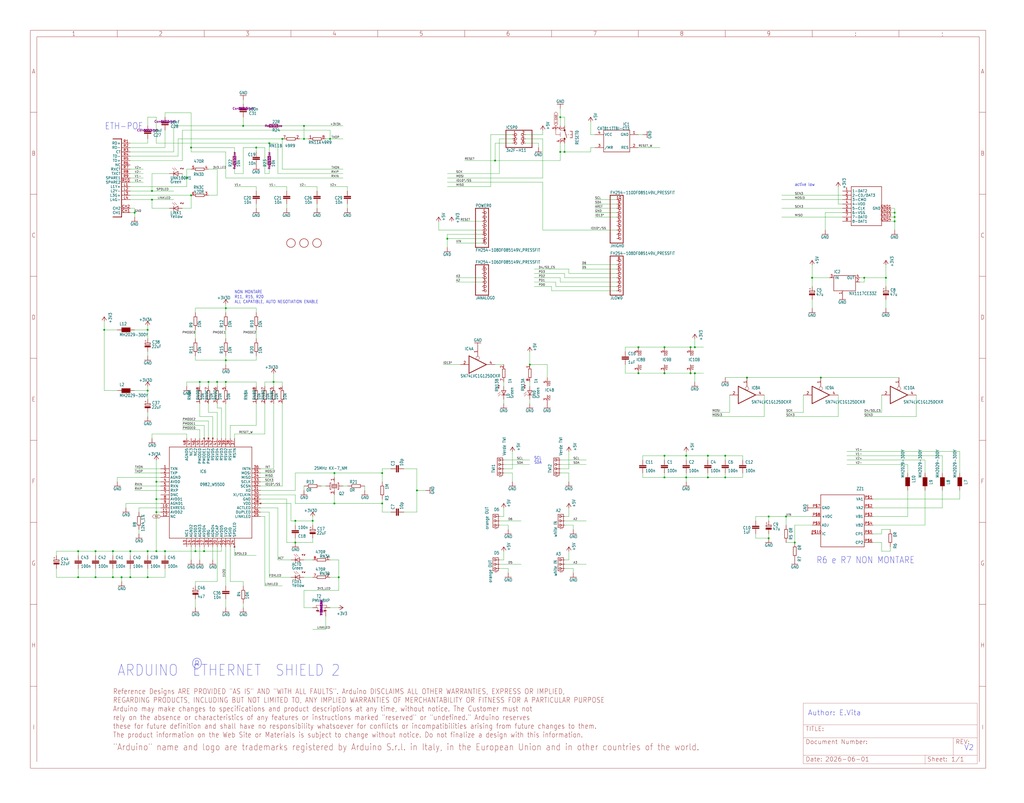
<source format=kicad_sch>
(kicad_sch (version 20250114) (generator "eeschema") (generator_version "9.0")
  (paper "User" 598.907 469.976)
  (text "ARDUINO  ETHERNET  SHIELD 2" (at 68.58 396.24 0) (effects (font (size 6.4516 5.4838)) (justify left bottom)))
  (text "SDA" (at 312.42 271.78 0) (effects (font (size 1.778 1.5113)) (justify left bottom)))
  (text "V2" (at 563.88 439.42 0) (effects (font (size 3.048 3.048)) (justify left bottom)))
  (text "ETH-POE" (at 83.82 76.2 0) (effects (font (size 3.81 3.2385)) (justify right bottom)))
  (text "Author: E.Vita" (at 472.44 419.1 0) (effects (font (size 3.048 3.048)) (justify left bottom)))
  (text "R6 e R7 NON MONTARE" (at 477.52 330.2 0) (effects (font (size 3.81 3.2385)) (justify left bottom)))
  (text "NON MONTARE\nR11, R15, R20\nALL CAPATIBLE, AUTO NEGOTIATION ENABLE" (at 137.16 177.8 0) (effects (font (size 1.778 1.5113)) (justify left bottom)))
  (text "active low" (at 464.82 109.22 0) (effects (font (size 1.778 1.5113)) (justify left bottom)))
  (text "SCL" (at 312.42 269.24 0) (effects (font (size 1.778 1.5113)) (justify left bottom)))
  (text "®" (at 111.76 391.16 0) (effects (font (size 4.572 3.8862)) (justify left bottom)))
  (junction (at 76.2 322.58))
  (junction (at 198.12 337.82))
  (junction (at 132.08 210.82))
  (junction (at 406.4 203.2))
  (junction (at 111.76 86.36))
  (junction (at 309.88 213.36))
  (junction (at 132.08 223.52))
  (junction (at 388.62 266.7))
  (junction (at 523.24 124.46))
  (junction (at 114.3 322.58))
  (junction (at 480.06 220.98))
  (junction (at 436.88 220.98))
  (junction (at 177.8 73.66))
  (junction (at 109.22 104.14))
  (junction (at 96.52 322.58))
  (junction (at 66.04 337.82))
  (junction (at 55.88 322.58))
  (junction (at 414.02 279.4))
  (junction (at 66.04 322.58))
  (junction (at 88.9 111.76))
  (junction (at 523.24 127))
  (junction (at 388.62 218.44))
  (junction (at 327.66 68.58))
  (junction (at 330.2 88.9))
  (junction (at 401.32 279.4))
  (junction (at 193.04 81.28))
  (junction (at 86.36 322.58))
  (junction (at 373.38 218.44))
  (junction (at 261.62 139.7))
  (junction (at 195.58 294.64))
  (junction (at 414.02 266.7))
  (junction (at 223.52 276.86))
  (junction (at 119.38 322.58))
  (junction (at 116.84 223.52))
  (junction (at 289.56 93.98))
  (junction (at 403.86 203.2))
  (junction (at 91.44 281.94))
  (junction (at 518.16 162.56))
  (junction (at 449.58 314.96))
  (junction (at 403.86 218.44))
  (junction (at 86.36 193.04))
  (junction (at 160.02 223.52))
  (junction (at 474.98 162.56))
  (junction (at 424.18 266.7))
  (junction (at 177.8 81.28))
  (junction (at 172.72 304.8))
  (junction (at 406.4 218.44))
  (junction (at 505.46 162.56))
  (junction (at 424.18 279.4))
  (junction (at 449.58 302.26))
  (junction (at 45.72 337.82))
  (junction (at 388.62 203.2))
  (junction (at 243.84 287.02))
  (junction (at 86.36 228.6))
  (junction (at 149.86 86.36))
  (junction (at 91.44 322.58))
  (junction (at 401.32 266.7))
  (junction (at 76.2 337.82))
  (junction (at 127 223.52))
  (junction (at 91.44 292.1))
  (junction (at 71.12 337.82))
  (junction (at 523.24 129.54))
  (junction (at 157.48 83.82))
  (junction (at 78.74 124.46))
  (junction (at 388.62 279.4))
  (junction (at 459.74 302.26))
  (junction (at 327.66 88.9))
  (junction (at 464.82 317.5))
  (junction (at 172.72 317.5))
  (junction (at 223.52 294.64))
  (junction (at 195.58 276.86))
  (junction (at 121.92 223.52))
  (junction (at 55.88 337.82))
  (junction (at 86.36 337.82))
  (junction (at 132.08 180.34))
  (junction (at 111.76 114.3))
  (junction (at 60.96 193.04))
  (junction (at 45.72 322.58))
  (junction (at 165.1 81.28))
  (junction (at 91.44 299.72))
  (junction (at 142.24 73.66))
  (junction (at 88.9 116.84))
  (junction (at 182.88 304.8))
  (junction (at 373.38 203.2))
  (wire (pts (xy 106.68 76.2) (xy 106.68 93.98)) (stroke (width 0.1524)))
  (wire (pts (xy 86.36 208.28) (xy 86.36 205.74)) (stroke (width 0.1524)))
  (wire (pts (xy 190.5 360.68) (xy 190.5 368.3)) (stroke (width 0.1524)))
  (wire (pts (xy 332.74 157.48) (xy 312.42 157.48)) (stroke (width 0.1524)))
  (wire (pts (xy 345.44 88.9) (xy 345.44 86.36)) (stroke (width 0.1524)))
  (wire (pts (xy 297.18 307.34) (xy 292.1 307.34)) (stroke (width 0.1524)))
  (wire (pts (xy 78.74 121.92) (xy 78.74 124.46)) (stroke (width 0.1524)))
  (wire (pts (xy 287.02 109.22) (xy 261.62 109.22)) (stroke (width 0.1524)))
  (wire (pts (xy 292.1 81.28) (xy 292.1 101.6)) (stroke (width 0.1524)))
  (wire (pts (xy 228.6 274.32) (xy 223.52 274.32)) (stroke (width 0.1524)))
  (wire (pts (xy 88.9 254) (xy 88.9 256.54)) (stroke (width 0.1524)))
  (wire (pts (xy 195.58 294.64) (xy 172.72 294.64)) (stroke (width 0.1524)))
  (wire (pts (xy 342.9 269.24) (xy 327.66 269.24)) (stroke (width 0.1524)))
  (wire (pts (xy 81.28 297.18) (xy 81.28 299.72)) (stroke (width 0.1524)))
  (wire (pts (xy 193.04 76.2) (xy 193.04 81.28)) (stroke (width 0.1524)))
  (wire (pts (xy 259.08 213.36) (xy 269.24 213.36)) (stroke (width 0.1524)))
  (wire (pts (xy 152.4 299.72) (xy 157.48 299.72)) (stroke (width 0.1524)))
  (wire (pts (xy 182.88 302.26) (xy 182.88 304.8)) (stroke (width 0.1524)))
  (wire (pts (xy 86.36 193.04) (xy 86.36 190.5)) (stroke (width 0.1524)))
  (wire (pts (xy 134.62 320.04) (xy 134.62 340.36)) (stroke (width 0.1524)))
  (wire (pts (xy 152.4 292.1) (xy 167.64 292.1)) (stroke (width 0.1524)))
  (wire (pts (xy 523.24 124.46) (xy 523.24 127)) (stroke (width 0.1524)))
  (wire (pts (xy 167.64 111.76) (xy 167.64 109.22)) (stroke (width 0.1524)))
  (wire (pts (xy 91.44 322.58) (xy 86.36 322.58)) (stroke (width 0.1524)))
  (wire (pts (xy 160.02 226.06) (xy 160.02 223.52)) (stroke (width 0.1524)))
  (wire (pts (xy 261.62 139.7) (xy 261.62 144.78)) (stroke (width 0.1524)))
  (wire (pts (xy 99.06 121.92) (xy 88.9 121.92)) (stroke (width 0.1524)))
  (wire (pts (xy 91.44 322.58) (xy 96.52 322.58)) (stroke (width 0.1524)))
  (wire (pts (xy 457.2 127) (xy 492.76 127)) (stroke (width 0.1524)))
  (wire (pts (xy 45.72 332.74) (xy 45.72 337.82)) (stroke (width 0.1524)))
  (wire (pts (xy 106.68 101.6) (xy 106.68 104.14)) (stroke (width 0.1524)))
  (wire (pts (xy 464.82 317.5) (xy 464.82 307.34)) (stroke (width 0.1524)))
  (wire (pts (xy 154.94 73.66) (xy 142.24 73.66)) (stroke (width 0.1524)))
  (wire (pts (xy 86.36 332.74) (xy 86.36 337.82)) (stroke (width 0.1524)))
  (wire (pts (xy 345.44 78.74) (xy 345.44 71.12)) (stroke (width 0.1524)))
  (wire (pts (xy 109.22 109.22) (xy 109.22 104.14)) (stroke (width 0.1524)))
  (wire (pts (xy 223.52 276.86) (xy 223.52 281.94)) (stroke (width 0.1524)))
  (wire (pts (xy 330.2 160.02) (xy 330.2 162.56)) (stroke (width 0.1524)))
  (wire (pts (xy 83.82 99.06) (xy 76.2 99.06)) (stroke (width 0.1524)))
  (wire (pts (xy 518.16 162.56) (xy 518.16 154.94)) (stroke (width 0.1524)))
  (wire (pts (xy 86.36 322.58) (xy 76.2 322.58)) (stroke (width 0.1524)))
  (wire (pts (xy 523.24 127) (xy 523.24 129.54)) (stroke (width 0.1524)))
  (wire (pts (xy 127 236.22) (xy 127 238.76)) (stroke (width 0.1524)))
  (wire (pts (xy 76.2 332.74) (xy 76.2 337.82)) (stroke (width 0.1524)))
  (wire (pts (xy 91.44 68.58) (xy 91.44 83.82)) (stroke (width 0.1524)))
  (wire (pts (xy 132.08 223.52) (xy 149.86 223.52)) (stroke (width 0.1524)))
  (wire (pts (xy 114.3 322.58) (xy 119.38 322.58)) (stroke (width 0.1524)))
  (wire (pts (xy 281.94 139.7) (xy 261.62 139.7)) (stroke (width 0.1524)))
  (wire (pts (xy 520.7 124.46) (xy 523.24 124.46)) (stroke (width 0.1524)))
  (wire (pts (xy 441.96 314.96) (xy 449.58 314.96)) (stroke (width 0.1524)))
  (wire (pts (xy 414.02 266.7) (xy 424.18 266.7)) (stroke (width 0.1524)))
  (wire (pts (xy 149.86 226.06) (xy 149.86 223.52)) (stroke (width 0.1524)))
  (wire (pts (xy 299.72 281.94) (xy 299.72 276.86)) (stroke (width 0.1524)))
  (wire (pts (xy 157.48 337.82) (xy 157.48 299.72)) (stroke (width 0.1524)))
  (wire (pts (xy 332.74 302.26) (xy 332.74 297.18)) (stroke (width 0.1524)))
  (wire (pts (xy 154.94 226.06) (xy 154.94 223.52)) (stroke (width 0.1524)))
  (wire (pts (xy 294.64 327.66) (xy 294.64 322.58)) (stroke (width 0.1524)))
  (wire (pts (xy 104.14 81.28) (xy 165.1 81.28)) (stroke (width 0.1524)))
  (wire (pts (xy 86.36 73.66) (xy 86.36 68.58)) (stroke (width 0.1524)))
  (wire (pts (xy 127 256.54) (xy 127 241.3)) (stroke (width 0.1524)))
  (wire (pts (xy 510.54 312.42) (xy 515.62 312.42)) (stroke (width 0.1524)))
  (wire (pts (xy 114.3 340.36) (xy 127 340.36)) (stroke (width 0.1524)))
  (wire (pts (xy 294.64 274.32) (xy 299.72 274.32)) (stroke (width 0.1524)))
  (wire (pts (xy 388.62 269.24) (xy 388.62 266.7)) (stroke (width 0.1524)))
  (wire (pts (xy 91.44 83.82) (xy 157.48 83.82)) (stroke (width 0.1524)))
  (wire (pts (xy 91.44 281.94) (xy 91.44 269.24)) (stroke (width 0.1524)))
  (wire (pts (xy 469.9 241.3) (xy 459.74 241.3)) (stroke (width 0.1524)))
  (wire (pts (xy 327.66 88.9) (xy 330.2 88.9)) (stroke (width 0.1524)))
  (wire (pts (xy 157.48 101.6) (xy 154.94 101.6)) (stroke (width 0.1524)))
  (wire (pts (xy 406.4 223.52) (xy 406.4 218.44)) (stroke (width 0.1524)))
  (wire (pts (xy 480.06 220.98) (xy 525.78 220.98)) (stroke (width 0.1524)))
  (wire (pts (xy 401.32 266.7) (xy 414.02 266.7)) (stroke (width 0.1524)))
  (wire (pts (xy 68.58 193.04) (xy 60.96 193.04)) (stroke (width 0.1524)))
  (wire (pts (xy 160.02 223.52) (xy 160.02 218.44)) (stroke (width 0.1524)))
  (wire (pts (xy 137.16 254) (xy 154.94 254)) (stroke (width 0.1524)))
  (wire (pts (xy 127 241.3) (xy 121.92 241.3)) (stroke (width 0.1524)))
  (wire (pts (xy 124.46 320.04) (xy 124.46 327.66)) (stroke (width 0.1524)))
  (wire (pts (xy 91.44 299.72) (xy 93.98 299.72)) (stroke (width 0.1524)))
  (wire (pts (xy 388.62 218.44) (xy 373.38 218.44)) (stroke (width 0.1524)))
  (wire (pts (xy 289.56 213.36) (xy 294.64 213.36)) (stroke (width 0.1524)))
  (wire (pts (xy 162.56 83.82) (xy 157.48 83.82)) (stroke (width 0.1524)))
  (wire (pts (xy 482.6 124.46) (xy 482.6 134.62)) (stroke (width 0.1524)))
  (wire (pts (xy 312.42 160.02) (xy 330.2 160.02)) (stroke (width 0.1524)))
  (wire (pts (xy 490.22 119.38) (xy 492.76 119.38)) (stroke (width 0.1524)))
  (wire (pts (xy 335.28 332.74) (xy 330.2 332.74)) (stroke (width 0.1524)))
  (wire (pts (xy 116.84 223.52) (xy 121.92 223.52)) (stroke (width 0.1524)))
  (wire (pts (xy 111.76 88.9) (xy 111.76 86.36)) (stroke (width 0.1524)))
  (wire (pts (xy 297.18 309.88) (xy 297.18 307.34)) (stroke (width 0.1524)))
  (wire (pts (xy 182.88 317.5) (xy 172.72 317.5)) (stroke (width 0.1524)))
  (wire (pts (xy 406.4 203.2) (xy 403.86 203.2)) (stroke (width 0.1524)))
  (wire (pts (xy 424.18 279.4) (xy 434.34 279.4)) (stroke (width 0.1524)))
  (wire (pts (xy 93.98 279.4) (xy 68.58 279.4)) (stroke (width 0.1524)))
  (wire (pts (xy 330.2 68.58) (xy 330.2 73.66)) (stroke (width 0.1524)))
  (wire (pts (xy 243.84 274.32) (xy 243.84 287.02)) (stroke (width 0.1524)))
  (wire (pts (xy 193.04 81.28) (xy 200.66 81.28)) (stroke (width 0.1524)))
  (wire (pts (xy 127 226.06) (xy 127 223.52)) (stroke (width 0.1524)))
  (wire (pts (xy 459.74 307.34) (xy 459.74 302.26)) (stroke (width 0.1524)))
  (wire (pts (xy 530.86 271.78) (xy 530.86 276.86)) (stroke (width 0.1524)))
  (wire (pts (xy 45.72 322.58) (xy 33.02 322.58)) (stroke (width 0.1524)))
  (wire (pts (xy 114.3 322.58) (xy 114.3 320.04)) (stroke (width 0.1524)))
  (wire (pts (xy 327.66 68.58) (xy 327.66 73.66)) (stroke (width 0.1524)))
  (wire (pts (xy 281.94 129.54) (xy 269.24 129.54)) (stroke (width 0.1524)))
  (wire (pts (xy 149.86 198.12) (xy 149.86 193.04)) (stroke (width 0.1524)))
  (wire (pts (xy 152.4 287.02) (xy 172.72 287.02)) (stroke (width 0.1524)))
  (wire (pts (xy 142.24 86.36) (xy 149.86 86.36)) (stroke (width 0.1524)))
  (wire (pts (xy 317.5 104.14) (xy 261.62 104.14)) (stroke (width 0.1524)))
  (wire (pts (xy 330.2 302.26) (xy 332.74 302.26)) (stroke (width 0.1524)))
  (wire (pts (xy 101.6 73.66) (xy 101.6 88.9)) (stroke (width 0.1524)))
  (wire (pts (xy 360.68 124.46) (xy 347.98 124.46)) (stroke (width 0.1524)))
  (wire (pts (xy 91.44 292.1) (xy 91.44 299.72)) (stroke (width 0.1524)))
  (wire (pts (xy 327.66 162.56) (xy 312.42 162.56)) (stroke (width 0.1524)))
  (wire (pts (xy 449.58 302.26) (xy 441.96 302.26)) (stroke (width 0.1524)))
  (wire (pts (xy 434.34 266.7) (xy 424.18 266.7)) (stroke (width 0.1524)))
  (wire (pts (xy 149.86 236.22) (xy 149.86 248.92)) (stroke (width 0.1524)))
  (wire (pts (xy 327.66 93.98) (xy 289.56 93.98)) (stroke (width 0.1524)))
  (wire (pts (xy 76.2 322.58) (xy 66.04 322.58)) (stroke (width 0.1524)))
  (wire (pts (xy 474.98 175.26) (xy 474.98 180.34)) (stroke (width 0.1524)))
  (wire (pts (xy 78.74 124.46) (xy 78.74 127)) (stroke (width 0.1524)))
  (wire (pts (xy 68.58 228.6) (xy 60.96 228.6)) (stroke (width 0.1524)))
  (wire (pts (xy 66.04 322.58) (xy 55.88 322.58)) (stroke (width 0.1524)))
  (wire (pts (xy 121.92 99.06) (xy 127 99.06)) (stroke (width 0.1524)))
  (wire (pts (xy 76.2 109.22) (xy 109.22 109.22)) (stroke (width 0.1524)))
  (wire (pts (xy 330.2 304.8) (xy 342.9 304.8)) (stroke (width 0.1524)))
  (wire (pts (xy 76.2 116.84) (xy 88.9 116.84)) (stroke (width 0.1524)))
  (wire (pts (xy 330.2 162.56) (xy 360.68 162.56)) (stroke (width 0.1524)))
  (wire (pts (xy 297.18 332.74) (xy 297.18 335.28)) (stroke (width 0.1524)))
  (wire (pts (xy 345.44 86.36) (xy 347.98 86.36)) (stroke (width 0.1524)))
  (wire (pts (xy 495.3 266.7) (xy 551.18 266.7)) (stroke (width 0.1524)))
  (wire (pts (xy 332.74 276.86) (xy 327.66 276.86)) (stroke (width 0.1524)))
  (wire (pts (xy 195.58 294.64) (xy 223.52 294.64)) (stroke (width 0.1524)))
  (wire (pts (xy 106.68 93.98) (xy 76.2 93.98)) (stroke (width 0.1524)))
  (wire (pts (xy 116.84 320.04) (xy 116.84 327.66)) (stroke (width 0.1524)))
  (wire (pts (xy 116.84 223.52) (xy 109.22 223.52)) (stroke (width 0.1524)))
  (wire (pts (xy 104.14 81.28) (xy 104.14 91.44)) (stroke (width 0.1524)))
  (wire (pts (xy 162.56 83.82) (xy 162.56 101.6)) (stroke (width 0.1524)))
  (wire (pts (xy 375.92 266.7) (xy 375.92 269.24)) (stroke (width 0.1524)))
  (wire (pts (xy 66.04 337.82) (xy 71.12 337.82)) (stroke (width 0.1524)))
  (wire (pts (xy 86.36 337.82) (xy 96.52 337.82)) (stroke (width 0.1524)))
  (wire (pts (xy 88.9 121.92) (xy 88.9 116.84)) (stroke (width 0.1524)))
  (wire (pts (xy 317.5 106.68) (xy 317.5 134.62)) (stroke (width 0.1524)))
  (wire (pts (xy 518.16 167.64) (xy 518.16 162.56)) (stroke (width 0.1524)))
  (wire (pts (xy 76.2 83.82) (xy 86.36 83.82)) (stroke (width 0.1524)))
  (wire (pts (xy 203.2 111.76) (xy 203.2 109.22)) (stroke (width 0.1524)))
  (wire (pts (xy 172.72 304.8) (xy 172.72 307.34)) (stroke (width 0.1524)))
  (wire (pts (xy 403.86 218.44) (xy 388.62 218.44)) (stroke (width 0.1524)))
  (wire (pts (xy 99.06 101.6) (xy 88.9 101.6)) (stroke (width 0.1524)))
  (wire (pts (xy 149.86 248.92) (xy 134.62 248.92)) (stroke (width 0.1524)))
  (wire (pts (xy 86.36 193.04) (xy 86.36 198.12)) (stroke (width 0.1524)))
  (wire (pts (xy 109.22 254) (xy 88.9 254)) (stroke (width 0.1524)))
  (wire (pts (xy 137.16 101.6) (xy 142.24 101.6)) (stroke (width 0.1524)))
  (wire (pts (xy 520.7 127) (xy 523.24 127)) (stroke (width 0.1524)))
  (wire (pts (xy 474.98 302.26) (xy 459.74 302.26)) (stroke (width 0.1524)))
  (wire (pts (xy 515.62 322.58) (xy 520.7 322.58)) (stroke (width 0.1524)))
  (wire (pts (xy 261.62 106.68) (xy 317.5 106.68)) (stroke (width 0.1524)))
  (wire (pts (xy 335.28 307.34) (xy 330.2 307.34)) (stroke (width 0.1524)))
  (wire (pts (xy 520.7 121.92) (xy 523.24 121.92)) (stroke (width 0.1524)))
  (wire (pts (xy 281.94 137.16) (xy 261.62 137.16)) (stroke (width 0.1524)))
  (wire (pts (xy 109.22 256.54) (xy 109.22 254)) (stroke (width 0.1524)))
  (wire (pts (xy 535.94 231.14) (xy 535.94 243.84)) (stroke (width 0.1524)))
  (wire (pts (xy 447.04 231.14) (xy 447.04 243.84)) (stroke (width 0.1524)))
  (wire (pts (xy 81.28 309.88) (xy 81.28 312.42)) (stroke (width 0.1524)))
  (wire (pts (xy 71.12 337.82) (xy 76.2 337.82)) (stroke (width 0.1524)))
  (wire (pts (xy 121.92 226.06) (xy 121.92 223.52)) (stroke (width 0.1524)))
  (wire (pts (xy 312.42 165.1) (xy 325.12 165.1)) (stroke (width 0.1524)))
  (wire (pts (xy 137.16 99.06) (xy 137.16 101.6)) (stroke (width 0.1524)))
  (wire (pts (xy 373.38 218.44) (xy 365.76 218.44)) (stroke (width 0.1524)))
  (wire (pts (xy 520.7 320.04) (xy 520.7 322.58)) (stroke (width 0.1524)))
  (wire (pts (xy 474.98 162.56) (xy 474.98 154.94)) (stroke (width 0.1524)))
  (wire (pts (xy 93.98 294.64) (xy 73.66 294.64)) (stroke (width 0.1524)))
  (wire (pts (xy 294.64 223.52) (xy 294.64 226.06)) (stroke (width 0.1524)))
  (wire (pts (xy 109.22 104.14) (xy 109.22 99.06)) (stroke (width 0.1524)))
  (wire (pts (xy 177.8 345.44) (xy 198.12 345.44)) (stroke (width 0.1524)))
  (wire (pts (xy 327.66 83.82) (xy 327.66 88.9)) (stroke (width 0.1524)))
  (wire (pts (xy 307.34 81.28) (xy 317.5 81.28)) (stroke (width 0.1524)))
  (wire (pts (xy 520.7 129.54) (xy 523.24 129.54)) (stroke (width 0.1524)))
  (wire (pts (xy 490.22 109.22) (xy 490.22 119.38)) (stroke (width 0.1524)))
  (wire (pts (xy 119.38 248.92) (xy 106.68 248.92)) (stroke (width 0.1524)))
  (wire (pts (xy 132.08 180.34) (xy 132.08 182.88)) (stroke (width 0.1524)))
  (wire (pts (xy 327.66 271.78) (xy 342.9 271.78)) (stroke (width 0.1524)))
  (wire (pts (xy 322.58 170.18) (xy 322.58 167.64)) (stroke (width 0.1524)))
  (wire (pts (xy 185.42 109.22) (xy 175.26 109.22)) (stroke (width 0.1524)))
  (wire (pts (xy 116.84 236.22) (xy 116.84 243.84)) (stroke (width 0.1524)))
  (wire (pts (xy 71.12 340.36) (xy 71.12 337.82)) (stroke (width 0.1524)))
  (wire (pts (xy 119.38 322.58) (xy 119.38 320.04)) (stroke (width 0.1524)))
  (wire (pts (xy 198.12 327.66) (xy 198.12 337.82)) (stroke (width 0.1524)))
  (wire (pts (xy 515.62 241.3) (xy 505.46 241.3)) (stroke (width 0.1524)))
  (wire (pts (xy 474.98 162.56) (xy 474.98 167.64)) (stroke (width 0.1524)))
  (wire (pts (xy 292.1 332.74) (xy 297.18 332.74)) (stroke (width 0.1524)))
  (wire (pts (xy 137.16 86.36) (xy 111.76 86.36)) (stroke (width 0.1524)))
  (wire (pts (xy 541.02 287.02) (xy 541.02 307.34)) (stroke (width 0.1524)))
  (wire (pts (xy 66.04 332.74) (xy 66.04 337.82)) (stroke (width 0.1524)))
  (wire (pts (xy 175.26 81.28) (xy 177.8 81.28)) (stroke (width 0.1524)))
  (wire (pts (xy 330.2 330.2) (xy 342.9 330.2)) (stroke (width 0.1524)))
  (wire (pts (xy 152.4 294.64) (xy 170.18 294.64)) (stroke (width 0.1524)))
  (wire (pts (xy 60.96 193.04) (xy 60.96 187.96)) (stroke (width 0.1524)))
  (wire (pts (xy 116.84 256.54) (xy 116.84 251.46)) (stroke (width 0.1524)))
  (wire (pts (xy 114.3 180.34) (xy 132.08 180.34)) (stroke (width 0.1524)))
  (wire (pts (xy 266.7 142.24) (xy 281.94 142.24)) (stroke (width 0.1524)))
  (wire (pts (xy 317.5 78.74) (xy 307.34 78.74)) (stroke (width 0.1524)))
  (wire (pts (xy 33.02 332.74) (xy 33.02 337.82)) (stroke (width 0.1524)))
  (wire (pts (xy 86.36 228.6) (xy 86.36 233.68)) (stroke (width 0.1524)))
  (wire (pts (xy 165.1 236.22) (xy 165.1 284.48)) (stroke (width 0.1524)))
  (wire (pts (xy 335.28 309.88) (xy 335.28 307.34)) (stroke (width 0.1524)))
  (wire (pts (xy 149.86 180.34) (xy 149.86 182.88)) (stroke (width 0.1524)))
  (wire (pts (xy 111.76 320.04) (xy 111.76 327.66)) (stroke (width 0.1524)))
  (wire (pts (xy 132.08 104.14) (xy 132.08 88.9)) (stroke (width 0.1524)))
  (wire (pts (xy 177.8 287.02) (xy 177.8 284.48)) (stroke (width 0.1524)))
  (wire (pts (xy 401.32 276.86) (xy 401.32 279.4)) (stroke (width 0.1524)))
  (wire (pts (xy 434.34 269.24) (xy 434.34 266.7)) (stroke (width 0.1524)))
  (wire (pts (xy 373.38 203.2) (xy 365.76 203.2)) (stroke (width 0.1524)))
  (wire (pts (xy 170.18 294.64) (xy 170.18 304.8)) (stroke (width 0.1524)))
  (wire (pts (xy 449.58 312.42) (xy 449.58 314.96)) (stroke (width 0.1524)))
  (wire (pts (xy 106.68 76.2) (xy 193.04 76.2)) (stroke (width 0.1524)))
  (wire (pts (xy 152.4 297.18) (xy 162.56 297.18)) (stroke (width 0.1524)))
  (wire (pts (xy 114.3 342.9) (xy 114.3 340.36)) (stroke (width 0.1524)))
  (wire (pts (xy 200.66 104.14) (xy 132.08 104.14)) (stroke (width 0.1524)))
  (wire (pts (xy 132.08 236.22) (xy 132.08 256.54)) (stroke (width 0.1524)))
  (wire (pts (xy 434.34 279.4) (xy 434.34 276.86)) (stroke (width 0.1524)))
  (wire (pts (xy 152.4 302.26) (xy 154.94 302.26)) (stroke (width 0.1524)))
  (wire (pts (xy 91.44 292.1) (xy 91.44 281.94)) (stroke (width 0.1524)))
  (wire (pts (xy 203.2 284.48) (xy 200.66 284.48)) (stroke (width 0.1524)))
  (wire (pts (xy 172.72 317.5) (xy 172.72 314.96)) (stroke (width 0.1524)))
  (wire (pts (xy 294.64 302.26) (xy 294.64 297.18)) (stroke (width 0.1524)))
  (wire (pts (xy 106.68 104.14) (xy 109.22 104.14)) (stroke (width 0.1524)))
  (wire (pts (xy 106.68 121.92) (xy 111.76 121.92)) (stroke (width 0.1524)))
  (wire (pts (xy 132.08 177.8) (xy 132.08 180.34)) (stroke (width 0.1524)))
  (wire (pts (xy 93.98 274.32) (xy 78.74 274.32)) (stroke (width 0.1524)))
  (wire (pts (xy 142.24 58.42) (xy 142.24 60.96)) (stroke (width 0.1524)))
  (wire (pts (xy 441.96 302.26) (xy 441.96 304.8)) (stroke (width 0.1524)))
  (wire (pts (xy 406.4 203.2) (xy 411.48 203.2)) (stroke (width 0.1524)))
  (wire (pts (xy 127 114.3) (xy 127 99.06)) (stroke (width 0.1524)))
  (wire (pts (xy 114.3 198.12) (xy 114.3 193.04)) (stroke (width 0.1524)))
  (wire (pts (xy 530.86 302.26) (xy 530.86 287.02)) (stroke (width 0.1524)))
  (wire (pts (xy 137.16 88.9) (xy 137.16 86.36)) (stroke (width 0.1524)))
  (wire (pts (xy 182.88 314.96) (xy 182.88 317.5)) (stroke (width 0.1524)))
  (wire (pts (xy 154.94 342.9) (xy 165.1 342.9)) (stroke (width 0.1524)))
  (wire (pts (xy 490.22 231.14) (xy 490.22 243.84)) (stroke (width 0.1524)))
  (wire (pts (xy 406.4 218.44) (xy 403.86 218.44)) (stroke (width 0.1524)))
  (wire (pts (xy 121.92 114.3) (xy 127 114.3)) (stroke (width 0.1524)))
  (wire (pts (xy 68.58 279.4) (xy 68.58 281.94)) (stroke (width 0.1524)))
  (wire (pts (xy 317.5 81.28) (xy 317.5 104.14)) (stroke (width 0.1524)))
  (wire (pts (xy 165.1 99.06) (xy 200.66 99.06)) (stroke (width 0.1524)))
  (wire (pts (xy 388.62 279.4) (xy 401.32 279.4)) (stroke (width 0.1524)))
  (wire (pts (xy 160.02 236.22) (xy 160.02 274.32)) (stroke (width 0.1524)))
  (wire (pts (xy 360.68 127) (xy 347.98 127)) (stroke (width 0.1524)))
  (wire (pts (xy 78.74 193.04) (xy 86.36 193.04)) (stroke (width 0.1524)))
  (wire (pts (xy 93.98 297.18) (xy 81.28 297.18)) (stroke (width 0.1524)))
  (wire (pts (xy 335.28 335.28) (xy 335.28 332.74)) (stroke (width 0.1524)))
  (wire (pts (xy 116.84 251.46) (xy 106.68 251.46)) (stroke (width 0.1524)))
  (wire (pts (xy 177.8 73.66) (xy 200.66 73.66)) (stroke (width 0.1524)))
  (wire (pts (xy 177.8 81.28) (xy 180.34 81.28)) (stroke (width 0.1524)))
  (wire (pts (xy 157.48 88.9) (xy 157.48 83.82)) (stroke (width 0.1524)))
  (wire (pts (xy 149.86 210.82) (xy 149.86 208.28)) (stroke (width 0.1524)))
  (wire (pts (xy 436.88 220.98) (xy 480.06 220.98)) (stroke (width 0.1524)))
  (wire (pts (xy 195.58 276.86) (xy 223.52 276.86)) (stroke (width 0.1524)))
  (wire (pts (xy 177.8 81.28) (xy 177.8 73.66)) (stroke (width 0.1524)))
  (wire (pts (xy 426.72 231.14) (xy 426.72 241.3)) (stroke (width 0.1524)))
  (wire (pts (xy 474.98 307.34) (xy 464.82 307.34)) (stroke (width 0.1524)))
  (wire (pts (xy 320.04 213.36) (xy 309.88 213.36)) (stroke (width 0.1524)))
  (wire (pts (xy 96.52 66.04) (xy 111.76 66.04)) (stroke (width 0.1524)))
  (wire (pts (xy 127 238.76) (xy 129.54 238.76)) (stroke (width 0.1524)))
  (wire (pts (xy 142.24 353.06) (xy 142.24 355.6)) (stroke (width 0.1524)))
  (wire (pts (xy 185.42 121.92) (xy 185.42 119.38)) (stroke (width 0.1524)))
  (wire (pts (xy 490.22 243.84) (xy 459.74 243.84)) (stroke (width 0.1524)))
  (wire (pts (xy 322.58 167.64) (xy 312.42 167.64)) (stroke (width 0.1524)))
  (wire (pts (xy 121.92 241.3) (xy 121.92 236.22)) (stroke (width 0.1524)))
  (wire (pts (xy 167.64 317.5) (xy 172.72 317.5)) (stroke (width 0.1524)))
  (wire (pts (xy 142.24 73.66) (xy 142.24 68.58)) (stroke (width 0.1524)))
  (wire (pts (xy 505.46 162.56) (xy 518.16 162.56)) (stroke (width 0.1524)))
  (wire (pts (xy 447.04 243.84) (xy 416.56 243.84)) (stroke (width 0.1524)))
  (wire (pts (xy 203.2 121.92) (xy 203.2 119.38)) (stroke (width 0.1524)))
  (wire (pts (xy 541.02 269.24) (xy 541.02 276.86)) (stroke (width 0.1524)))
  (wire (pts (xy 228.6 299.72) (xy 223.52 299.72)) (stroke (width 0.1524)))
  (wire (pts (xy 414.02 279.4) (xy 424.18 279.4)) (stroke (width 0.1524)))
  (wire (pts (xy 86.36 83.82) (xy 86.36 81.28)) (stroke (width 0.1524)))
  (wire (pts (xy 187.96 284.48) (xy 190.5 284.48)) (stroke (width 0.1524)))
  (wire (pts (xy 116.84 226.06) (xy 116.84 223.52)) (stroke (width 0.1524)))
  (wire (pts (xy 236.22 299.72) (xy 243.84 299.72)) (stroke (width 0.1524)))
  (wire (pts (xy 104.14 91.44) (xy 76.2 91.44)) (stroke (width 0.1524)))
  (wire (pts (xy 134.62 340.36) (xy 142.24 340.36)) (stroke (width 0.1524)))
  (wire (pts (xy 441.96 312.42) (xy 441.96 314.96)) (stroke (width 0.1524)))
  (wire (pts (xy 406.4 198.12) (xy 406.4 203.2)) (stroke (width 0.1524)))
  (wire (pts (xy 162.56 327.66) (xy 162.56 297.18)) (stroke (width 0.1524)))
  (wire (pts (xy 223.52 294.64) (xy 223.52 292.1)) (stroke (width 0.1524)))
  (wire (pts (xy 45.72 337.82) (xy 55.88 337.82)) (stroke (width 0.1524)))
  (wire (pts (xy 236.22 274.32) (xy 243.84 274.32)) (stroke (width 0.1524)))
  (wire (pts (xy 78.74 228.6) (xy 86.36 228.6)) (stroke (width 0.1524)))
  (wire (pts (xy 281.94 162.56) (xy 266.7 162.56)) (stroke (width 0.1524)))
  (wire (pts (xy 101.6 73.66) (xy 142.24 73.66)) (stroke (width 0.1524)))
  (wire (pts (xy 388.62 266.7) (xy 401.32 266.7)) (stroke (width 0.1524)))
  (wire (pts (xy 182.88 307.34) (xy 182.88 304.8)) (stroke (width 0.1524)))
  (wire (pts (xy 160.02 223.52) (xy 165.1 223.52)) (stroke (width 0.1524)))
  (wire (pts (xy 320.04 220.98) (xy 320.04 213.36)) (stroke (width 0.1524)))
  (wire (pts (xy 154.94 101.6) (xy 154.94 86.36)) (stroke (width 0.1524)))
  (wire (pts (xy 510.54 317.5) (xy 515.62 317.5)) (stroke (width 0.1524)))
  (wire (pts (xy 132.08 88.9) (xy 111.76 88.9)) (stroke (width 0.1524)))
  (wire (pts (xy 505.46 165.1) (xy 505.46 162.56)) (stroke (width 0.1524)))
  (wire (pts (xy 86.36 243.84) (xy 86.36 241.3)) (stroke (width 0.1524)))
  (wire (pts (xy 185.42 111.76) (xy 185.42 109.22)) (stroke (width 0.1524)))
  (wire (pts (xy 317.5 76.2) (xy 317.5 78.74)) (stroke (width 0.1524)))
  (wire (pts (xy 551.18 297.18) (xy 510.54 297.18)) (stroke (width 0.1524)))
  (wire (pts (xy 165.1 223.52) (xy 165.1 226.06)) (stroke (width 0.1524)))
  (wire (pts (xy 330.2 83.82) (xy 330.2 88.9)) (stroke (width 0.1524)))
  (wire (pts (xy 170.18 304.8) (xy 172.72 304.8)) (stroke (width 0.1524)))
  (wire (pts (xy 127 223.52) (xy 132.08 223.52)) (stroke (width 0.1524)))
  (wire (pts (xy 182.88 355.6) (xy 177.8 355.6)) (stroke (width 0.1524)))
  (wire (pts (xy 154.94 223.52) (xy 160.02 223.52)) (stroke (width 0.1524)))
  (wire (pts (xy 129.54 322.58) (xy 129.54 320.04)) (stroke (width 0.1524)))
  (wire (pts (xy 76.2 337.82) (xy 86.36 337.82)) (stroke (width 0.1524)))
  (wire (pts (xy 76.2 86.36) (xy 96.52 86.36)) (stroke (width 0.1524)))
  (wire (pts (xy 515.62 231.14) (xy 515.62 241.3)) (stroke (width 0.1524)))
  (wire (pts (xy 281.94 134.62) (xy 256.54 134.62)) (stroke (width 0.1524)))
  (wire (pts (xy 401.32 266.7) (xy 401.32 269.24)) (stroke (width 0.1524)))
  (wire (pts (xy 152.4 279.4) (xy 160.02 279.4)) (stroke (width 0.1524)))
  (wire (pts (xy 198.12 337.82) (xy 193.04 337.82)) (stroke (width 0.1524)))
  (wire (pts (xy 515.62 309.88) (xy 520.7 309.88)) (stroke (width 0.1524)))
  (wire (pts (xy 160.02 274.32) (xy 152.4 274.32)) (stroke (width 0.1524)))
  (wire (pts (xy 414.02 266.7) (xy 414.02 269.24)) (stroke (width 0.1524)))
  (wire (pts (xy 154.94 254) (xy 154.94 236.22)) (stroke (width 0.1524)))
  (wire (pts (xy 101.6 88.9) (xy 76.2 88.9)) (stroke (width 0.1524)))
  (wire (pts (xy 223.52 299.72) (xy 223.52 294.64)) (stroke (width 0.1524)))
  (wire (pts (xy 424.18 266.7) (xy 424.18 269.24)) (stroke (width 0.1524)))
  (wire (pts (xy 518.16 180.34) (xy 518.16 175.26)) (stroke (width 0.1524)))
  (wire (pts (xy 76.2 121.92) (xy 78.74 121.92)) (stroke (width 0.1524)))
  (wire (pts (xy 360.68 165.1) (xy 327.66 165.1)) (stroke (width 0.1524)))
  (wire (pts (xy 167.64 292.1) (xy 167.64 317.5)) (stroke (width 0.1524)))
  (wire (pts (xy 45.72 325.12) (xy 45.72 322.58)) (stroke (width 0.1524)))
  (wire (pts (xy 167.64 109.22) (xy 157.48 109.22)) (stroke (width 0.1524)))
  (wire (pts (xy 152.4 284.48) (xy 165.1 284.48)) (stroke (width 0.1524)))
  (wire (pts (xy 86.36 325.12) (xy 86.36 322.58)) (stroke (width 0.1524)))
  (wire (pts (xy 86.36 228.6) (xy 86.36 226.06)) (stroke (width 0.1524)))
  (wire (pts (xy 96.52 325.12) (xy 96.52 322.58)) (stroke (width 0.1524)))
  (wire (pts (xy 436.88 220.98) (xy 424.18 220.98)) (stroke (width 0.1524)))
  (wire (pts (xy 375.92 276.86) (xy 375.92 279.4)) (stroke (width 0.1524)))
  (wire (pts (xy 330.2 68.58) (xy 327.66 68.58)) (stroke (width 0.1524)))
  (wire (pts (xy 132.08 223.52) (xy 132.08 226.06)) (stroke (width 0.1524)))
  (wire (pts (xy 457.2 116.84) (xy 492.76 116.84)) (stroke (width 0.1524)))
  (wire (pts (xy 330.2 327.66) (xy 332.74 327.66)) (stroke (width 0.1524)))
  (wire (pts (xy 360.68 154.94) (xy 340.36 154.94)) (stroke (width 0.1524)))
  (wire (pts (xy 561.34 287.02) (xy 561.34 292.1)) (stroke (width 0.1524)))
  (wire (pts (xy 523.24 121.92) (xy 523.24 124.46)) (stroke (width 0.1524)))
  (wire (pts (xy 182.88 337.82) (xy 177.8 337.82)) (stroke (width 0.1524)))
  (wire (pts (xy 149.86 111.76) (xy 149.86 109.22)) (stroke (width 0.1524)))
  (wire (pts (xy 459.74 302.26) (xy 449.58 302.26)) (stroke (width 0.1524)))
  (wire (pts (xy 406.4 218.44) (xy 411.48 218.44)) (stroke (width 0.1524)))
  (wire (pts (xy 330.2 88.9) (xy 345.44 88.9)) (stroke (width 0.1524)))
  (wire (pts (xy 93.98 276.86) (xy 78.74 276.86)) (stroke (width 0.1524)))
  (wire (pts (xy 561.34 264.16) (xy 561.34 276.86)) (stroke (width 0.1524)))
  (wire (pts (xy 55.88 325.12) (xy 55.88 322.58)) (stroke (width 0.1524)))
  (wire (pts (xy 292.1 101.6) (xy 261.62 101.6)) (stroke (width 0.1524)))
  (wire (pts (xy 309.88 205.74) (xy 309.88 213.36)) (stroke (width 0.1524)))
  (wire (pts (xy 299.72 274.32) (xy 299.72 264.16)) (stroke (width 0.1524)))
  (wire (pts (xy 502.92 162.56) (xy 505.46 162.56)) (stroke (width 0.1524)))
  (wire (pts (xy 457.2 114.3) (xy 492.76 114.3)) (stroke (width 0.1524)))
  (wire (pts (xy 137.16 320.04) (xy 137.16 325.12)) (stroke (width 0.1524)))
  (wire (pts (xy 101.6 111.76) (xy 88.9 111.76)) (stroke (width 0.1524)))
  (wire (pts (xy 198.12 345.44) (xy 198.12 337.82)) (stroke (width 0.1524)))
  (wire (pts (xy 33.02 322.58) (xy 33.02 325.12)) (stroke (width 0.1524)))
  (wire (pts (xy 149.86 121.92) (xy 149.86 119.38)) (stroke (width 0.1524)))
  (wire (pts (xy 170.18 337.82) (xy 157.48 337.82)) (stroke (width 0.1524)))
  (wire (pts (xy 190.5 368.3) (xy 182.88 368.3)) (stroke (width 0.1524)))
  (wire (pts (xy 142.24 101.6) (xy 142.24 86.36)) (stroke (width 0.1524)))
  (wire (pts (xy 149.86 109.22) (xy 137.16 109.22)) (stroke (width 0.1524)))
  (wire (pts (xy 132.08 210.82) (xy 132.08 208.28)) (stroke (width 0.1524)))
  (wire (pts (xy 132.08 210.82) (xy 149.86 210.82)) (stroke (width 0.1524)))
  (wire (pts (xy 327.66 165.1) (xy 327.66 162.56)) (stroke (width 0.1524)))
  (wire (pts (xy 55.88 332.74) (xy 55.88 337.82)) (stroke (width 0.1524)))
  (wire (pts (xy 132.08 180.34) (xy 149.86 180.34)) (stroke (width 0.1524)))
  (wire (pts (xy 327.66 274.32) (xy 332.74 274.32)) (stroke (width 0.1524)))
  (wire (pts (xy 327.66 93.98) (xy 327.66 88.9)) (stroke (width 0.1524)))
  (wire (pts (xy 401.32 281.94) (xy 401.32 279.4)) (stroke (width 0.1524)))
  (wire (pts (xy 243.84 299.72) (xy 243.84 287.02)) (stroke (width 0.1524)))
  (wire (pts (xy 86.36 68.58) (xy 91.44 68.58)) (stroke (width 0.1524)))
  (wire (pts (xy 96.52 68.58) (xy 96.52 66.04)) (stroke (width 0.1524)))
  (wire (pts (xy 134.62 248.92) (xy 134.62 256.54)) (stroke (width 0.1524)))
  (wire (pts (xy 360.68 116.84) (xy 347.98 116.84)) (stroke (width 0.1524)))
  (wire (pts (xy 510.54 302.26) (xy 530.86 302.26)) (stroke (width 0.1524)))
  (wire (pts (xy 281.94 165.1) (xy 266.7 165.1)) (stroke (width 0.1524)))
  (wire (pts (xy 55.88 322.58) (xy 45.72 322.58)) (stroke (width 0.1524)))
  (wire (pts (xy 469.9 231.14) (xy 469.9 241.3)) (stroke (width 0.1524)))
  (wire (pts (xy 177.8 355.6) (xy 177.8 345.44)) (stroke (width 0.1524)))
  (wire (pts (xy 111.76 66.04) (xy 111.76 86.36)) (stroke (width 0.1524)))
  (wire (pts (xy 132.08 355.6) (xy 132.08 350.52)) (stroke (width 0.1524)))
  (wire (pts (xy 78.74 124.46) (xy 76.2 124.46)) (stroke (width 0.1524)))
  (wire (pts (xy 213.36 287.02) (xy 213.36 284.48)) (stroke (width 0.1524)))
  (wire (pts (xy 167.64 121.92) (xy 167.64 119.38)) (stroke (width 0.1524)))
  (wire (pts (xy 88.9 111.76) (xy 76.2 111.76)) (stroke (width 0.1524)))
  (wire (pts (xy 309.88 236.22) (xy 309.88 233.68)) (stroke (width 0.1524)))
  (wire (pts (xy 76.2 325.12) (xy 76.2 322.58)) (stroke (width 0.1524)))
  (wire (pts (xy 449.58 302.26) (xy 449.58 304.8)) (stroke (width 0.1524)))
  (wire (pts (xy 137.16 325.12) (xy 149.86 325.12)) (stroke (width 0.1524)))
  (wire (pts (xy 495.3 271.78) (xy 530.86 271.78)) (stroke (width 0.1524)))
  (wire (pts (xy 299.72 81.28) (xy 292.1 81.28)) (stroke (width 0.1524)))
  (wire (pts (xy 360.68 134.62) (xy 317.5 134.62)) (stroke (width 0.1524)))
  (wire (pts (xy 93.98 284.48) (xy 78.74 284.48)) (stroke (width 0.1524)))
  (wire (pts (xy 165.1 81.28) (xy 165.1 99.06)) (stroke (width 0.1524)))
  (wire (pts (xy 157.48 99.06) (xy 157.48 101.6)) (stroke (width 0.1524)))
  (wire (pts (xy 360.68 170.18) (xy 322.58 170.18)) (stroke (width 0.1524)))
  (wire (pts (xy 325.12 165.1) (xy 325.12 167.64)) (stroke (width 0.1524)))
  (wire (pts (xy 93.98 287.02) (xy 78.74 287.02)) (stroke (width 0.1524)))
  (wire (pts (xy 424.18 279.4) (xy 424.18 276.86)) (stroke (width 0.1524)))
  (wire (pts (xy 162.56 101.6) (xy 200.66 101.6)) (stroke (width 0.1524)))
  (wire (pts (xy 248.92 287.02) (xy 243.84 287.02)) (stroke (width 0.1524)))
  (wire (pts (xy 426.72 241.3) (xy 416.56 241.3)) (stroke (width 0.1524)))
  (wire (pts (xy 170.18 327.66) (xy 162.56 327.66)) (stroke (width 0.1524)))
  (wire (pts (xy 83.82 104.14) (xy 76.2 104.14)) (stroke (width 0.1524)))
  (wire (pts (xy 91.44 299.72) (xy 91.44 322.58)) (stroke (width 0.1524)))
  (wire (pts (xy 66.04 325.12) (xy 66.04 322.58)) (stroke (width 0.1524)))
  (wire (pts (xy 121.92 256.54) (xy 121.92 246.38)) (stroke (width 0.1524)))
  (wire (pts (xy 541.02 307.34) (xy 510.54 307.34)) (stroke (width 0.1524)))
  (wire (pts (xy 223.52 274.32) (xy 223.52 276.86)) (stroke (width 0.1524)))
  (wire (pts (xy 551.18 287.02) (xy 551.18 297.18)) (stroke (width 0.1524)))
  (wire (pts (xy 172.72 294.64) (xy 172.72 289.56)) (stroke (width 0.1524)))
  (wire (pts (xy 190.5 81.28) (xy 193.04 81.28)) (stroke (width 0.1524)))
  (wire (pts (xy 495.3 269.24) (xy 541.02 269.24)) (stroke (width 0.1524)))
  (wire (pts (xy 132.08 210.82) (xy 132.08 213.36)) (stroke (width 0.1524)))
  (wire (pts (xy 551.18 266.7) (xy 551.18 276.86)) (stroke (width 0.1524)))
  (wire (pts (xy 299.72 78.74) (xy 287.02 78.74)) (stroke (width 0.1524)))
  (wire (pts (xy 182.88 304.8) (xy 172.72 304.8)) (stroke (width 0.1524)))
  (wire (pts (xy 127 340.36) (xy 127 320.04)) (stroke (width 0.1524)))
  (wire (pts (xy 388.62 203.2) (xy 373.38 203.2)) (stroke (width 0.1524)))
  (wire (pts (xy 360.68 121.92) (xy 347.98 121.92)) (stroke (width 0.1524)))
  (wire (pts (xy 121.92 246.38) (xy 106.68 246.38)) (stroke (width 0.1524)))
  (wire (pts (xy 347.98 78.74) (xy 345.44 78.74)) (stroke (width 0.1524)))
  (wire (pts (xy 60.96 228.6) (xy 60.96 193.04)) (stroke (width 0.1524)))
  (wire (pts (xy 132.08 342.9) (xy 132.08 320.04)) (stroke (width 0.1524)))
  (wire (pts (xy 332.74 274.32) (xy 332.74 264.16)) (stroke (width 0.1524)))
  (wire (pts (xy 137.16 256.54) (xy 137.16 254)) (stroke (width 0.1524)))
  (wire (pts (xy 314.96 86.36) (xy 314.96 83.82)) (stroke (width 0.1524)))
  (wire (pts (xy 314.96 83.82) (xy 307.34 83.82)) (stroke (width 0.1524)))
  (wire (pts (xy 33.02 337.82) (xy 45.72 337.82)) (stroke (width 0.1524)))
  (wire (pts (xy 403.86 203.2) (xy 388.62 203.2)) (stroke (width 0.1524)))
  (wire (pts (xy 360.68 160.02) (xy 332.74 160.02)) (stroke (width 0.1524)))
  (wire (pts (xy 325.12 167.64) (xy 360.68 167.64)) (stroke (width 0.1524)))
  (wire (pts (xy 73.66 294.64) (xy 73.66 297.18)) (stroke (width 0.1524)))
  (wire (pts (xy 109.22 223.52) (xy 109.22 226.06)) (stroke (width 0.1524)))
  (wire (pts (xy 124.46 243.84) (xy 124.46 256.54)) (stroke (width 0.1524)))
  (wire (pts (xy 292.1 304.8) (xy 304.8 304.8)) (stroke (width 0.1524)))
  (wire (pts (xy 55.88 337.82) (xy 66.04 337.82)) (stroke (width 0.1524)))
  (wire (pts (xy 96.52 322.58) (xy 114.3 322.58)) (stroke (width 0.1524)))
  (wire (pts (xy 256.54 134.62) (xy 256.54 129.54)) (stroke (width 0.1524)))
  (wire (pts (xy 83.82 101.6) (xy 76.2 101.6)) (stroke (width 0.1524)))
  (wire (pts (xy 289.56 83.82) (xy 289.56 93.98)) (stroke (width 0.1524)))
  (wire (pts (xy 294.64 233.68) (xy 294.64 236.22)) (stroke (width 0.1524)))
  (wire (pts (xy 492.76 124.46) (xy 482.6 124.46)) (stroke (width 0.1524)))
  (wire (pts (xy 373.38 86.36) (xy 386.08 86.36)) (stroke (width 0.1524)))
  (wire (pts (xy 365.76 218.44) (xy 365.76 213.36)) (stroke (width 0.1524)))
  (wire (pts (xy 142.24 340.36) (xy 142.24 342.9)) (stroke (width 0.1524)))
  (wire (pts (xy 375.92 78.74) (xy 373.38 78.74)) (stroke (width 0.1524)))
  (wire (pts (xy 495.3 264.16) (xy 561.34 264.16)) (stroke (width 0.1524)))
  (wire (pts (xy 388.62 266.7) (xy 375.92 266.7)) (stroke (width 0.1524)))
  (wire (pts (xy 96.52 86.36) (xy 96.52 76.2)) (stroke (width 0.1524)))
  (wire (pts (xy 523.24 129.54) (xy 523.24 134.62)) (stroke (width 0.1524)))
  (wire (pts (xy 149.86 86.36) (xy 149.86 88.9)) (stroke (width 0.1524)))
  (wire (pts (xy 332.74 327.66) (xy 332.74 322.58)) (stroke (width 0.1524)))
  (wire (pts (xy 121.92 223.52) (xy 127 223.52)) (stroke (width 0.1524)))
  (wire (pts (xy 154.94 86.36) (xy 149.86 86.36)) (stroke (width 0.1524)))
  (wire (pts (xy 152.4 276.86) (xy 160.02 276.86)) (stroke (width 0.1524)))
  (wire (pts (xy 182.88 327.66) (xy 177.8 327.66)) (stroke (width 0.1524)))
  (wire (pts (xy 195.58 289.56) (xy 195.58 294.64)) (stroke (width 0.1524)))
  (wire (pts (xy 292.1 330.2) (xy 304.8 330.2)) (stroke (width 0.1524)))
  (wire (pts (xy 299.72 83.82) (xy 289.56 83.82)) (stroke (width 0.1524)))
  (wire (pts (xy 132.08 198.12) (xy 132.08 193.04)) (stroke (width 0.1524)))
  (wire (pts (xy 261.62 137.16) (xy 261.62 139.7)) (stroke (width 0.1524)))
  (wire (pts (xy 129.54 238.76) (xy 129.54 256.54)) (stroke (width 0.1524)))
  (wire (pts (xy 172.72 276.86) (xy 195.58 276.86)) (stroke (width 0.1524)))
  (wire (pts (xy 91.44 281.94) (xy 93.98 281.94)) (stroke (width 0.1524)))
  (wire (pts (xy 172.72 289.56) (xy 152.4 289.56)) (stroke (width 0.1524)))
  (wire (pts (xy 198.12 327.66) (xy 193.04 327.66)) (stroke (width 0.1524)))
  (wire (pts (xy 515.62 317.5) (xy 515.62 322.58)) (stroke (width 0.1524)))
  (wire (pts (xy 111.76 121.92) (xy 111.76 114.3)) (stroke (width 0.1524)))
  (wire (pts (xy 292.1 302.26) (xy 294.64 302.26)) (stroke (width 0.1524)))
  (wire (pts (xy 119.38 256.54) (xy 119.38 248.92)) (stroke (width 0.1524)))
  (wire (pts (xy 195.58 279.4) (xy 195.58 276.86)) (stroke (width 0.1524)))
  (wire (pts (xy 96.52 337.82) (xy 96.52 332.74)) (stroke (width 0.1524)))
  (wire (pts (xy 165.1 73.66) (xy 177.8 73.66)) (stroke (width 0.1524)))
  (wire (pts (xy 388.62 276.86) (xy 388.62 279.4)) (stroke (width 0.1524)))
  (wire (pts (xy 119.38 322.58) (xy 129.54 322.58)) (stroke (width 0.1524)))
  (wire (pts (xy 327.66 68.58) (xy 327.66 63.5)) (stroke (width 0.1524)))
  (wire (pts (xy 414.02 279.4) (xy 414.02 276.86)) (stroke (width 0.1524)))
  (wire (pts (xy 401.32 266.7) (xy 401.32 264.16)) (stroke (width 0.1524)))
  (wire (pts (xy 457.2 121.92) (xy 492.76 121.92)) (stroke (width 0.1524)))
  (wire (pts (xy 88.9 101.6) (xy 88.9 111.76)) (stroke (width 0.1524)))
  (wire (pts (xy 172.72 287.02) (xy 172.72 276.86)) (stroke (width 0.1524)))
  (wire (pts (xy 299.72 276.86) (xy 294.64 276.86)) (stroke (width 0.1524)))
  (wire (pts (xy 474.98 162.56) (xy 485.14 162.56)) (stroke (width 0.1524)))
  (wire (pts (xy 93.98 292.1) (xy 91.44 292.1)) (stroke (width 0.1524)))
  (wire (pts (xy 535.94 243.84) (xy 505.46 243.84)) (stroke (width 0.1524)))
  (wire (pts (xy 154.94 302.26) (xy 154.94 342.9)) (stroke (width 0.1524)))
  (wire (pts (xy 375.92 279.4) (xy 388.62 279.4)) (stroke (width 0.1524)))
  (wire (pts (xy 401.32 279.4) (xy 414.02 279.4)) (stroke (width 0.1524)))
  (wire (pts (xy 360.68 119.38) (xy 347.98 119.38)) (stroke (width 0.1524)))
  (wire (pts (xy 360.68 157.48) (xy 340.36 157.48)) (stroke (width 0.1524)))
  (wire (pts (xy 152.4 281.94) (xy 160.02 281.94)) (stroke (width 0.1524)))
  (wire (pts (xy 459.74 317.5) (xy 464.82 317.5)) (stroke (width 0.1524)))
  (wire (pts (xy 111.76 114.3) (xy 76.2 114.3)) (stroke (width 0.1524)))
  (wire (pts (xy 203.2 109.22) (xy 193.04 109.22)) (stroke (width 0.1524)))
  (wire (pts (xy 309.88 226.06) (xy 309.88 223.52)) (stroke (width 0.1524)))
  (wire (pts (xy 294.64 271.78) (xy 309.88 271.78)) (stroke (width 0.1524)))
  (wire (pts (xy 332.74 281.94) (xy 332.74 276.86)) (stroke (width 0.1524)))
  (wire (pts (xy 109.22 99.06) (xy 111.76 99.06)) (stroke (width 0.1524)))
  (wire (pts (xy 114.3 208.28) (xy 114.3 210.82)) (stroke (width 0.1524)))
  (wire (pts (xy 114.3 210.82) (xy 132.08 210.82)) (stroke (width 0.1524)))
  (wire (pts (xy 515.62 312.42) (xy 515.62 309.88)) (stroke (width 0.1524)))
  (wire (pts (xy 292.1 327.66) (xy 294.64 327.66)) (stroke (width 0.1524)))
  (wire (pts (xy 502.92 165.1) (xy 505.46 165.1)) (stroke (width 0.1524)))
  (wire (pts (xy 332.74 160.02) (xy 332.74 157.48)) (stroke (width 0.1524)))
  (wire (pts (xy 198.12 355.6) (xy 193.04 355.6)) (stroke (width 0.1524)))
  (wire (pts (xy 83.82 106.68) (xy 76.2 106.68)) (stroke (width 0.1524)))
  (wire (pts (xy 289.56 93.98) (xy 271.78 93.98)) (stroke (width 0.1524)))
  (wire (pts (xy 88.9 116.84) (xy 101.6 116.84)) (stroke (width 0.1524)))
  (wire (pts (xy 116.84 243.84) (xy 124.46 243.84)) (stroke (width 0.1524)))
  (wire (pts (xy 365.76 203.2) (xy 365.76 205.74)) (stroke (width 0.1524)))
  (wire (pts (xy 114.3 350.52) (xy 114.3 355.6)) (stroke (width 0.1524)))
  (wire (pts (xy 287.02 78.74) (xy 287.02 109.22)) (stroke (width 0.1524)))
  (wire (pts (xy 114.3 182.88) (xy 114.3 180.34)) (stroke (width 0.1524)))
  (wire (pts (xy 561.34 292.1) (xy 510.54 292.1)) (stroke (width 0.1524)))
  (wire (pts (xy 309.88 269.24) (xy 294.64 269.24)) (stroke (width 0.1524)))
  (label "A3" (at 335.28 330.2 0) (effects (font (size 1.2446 1.2446))))
  (label "SCL" (at 335.28 269.24 0) (effects (font (size 1.2446 1.2446))))
  (label "IO13*" (at 347.98 127 0) (effects (font (size 1.2446 1.2446))))
  (label "V1-" (at 500.38 266.7 0) (effects (font (size 1.2446 1.2446))))
  (label "MISO" (at 154.94 279.4 0) (effects (font (size 1.2446 1.2446))))
  (label "AREF" (at 347.98 121.92 0) (effects (font (size 1.2446 1.2446))))
  (label "GND" (at 347.98 124.46 0) (effects (font (size 1.2446 1.2446))))
  (label "V2+" (at 500.38 269.24 0) (effects (font (size 1.2446 1.2446))))
  (label "SEN3" (at 505.46 243.84 0) (effects (font (size 1.2446 1.2446))))
  (label "SCK" (at 459.74 241.3 0) (effects (font (size 1.2446 1.2446))))
  (label "A3" (at 266.7 162.56 0) (effects (font (size 1.2446 1.2446))))
  (label "SPDLED" (at 137.16 325.12 0) (effects (font (size 1.2446 1.2446))))
  (label "V2-" (at 78.74 101.6 0) (effects (font (size 1.2446 1.2446))))
  (label "V1+" (at 500.38 264.16 0) (effects (font (size 1.2446 1.2446))))
  (label "V1+" (at 78.74 106.68 0) (effects (font (size 1.2446 1.2446))))
  (label "D6" (at 340.36 154.94 0) (effects (font (size 1.2446 1.2446))))
  (label "PD3" (at 314.96 160.02 0) (effects (font (size 1.2446 1.2446))))
  (label "PD0" (at 314.96 167.64 0) (effects (font (size 1.2446 1.2446))))
  (label "FDXLED" (at 157.48 337.82 0) (effects (font (size 1.2446 1.2446))))
  (label "PMODE2" (at 149.86 195.58 180) (effects (font (size 1.2446 1.2446))))
  (label "SCK3" (at 464.82 121.92 0) (effects (font (size 1.2446 1.2446))))
  (label "PD1" (at 314.96 165.1 0) (effects (font (size 1.2446 1.2446))))
  (label "SPDLED" (at 91.44 111.76 0) (effects (font (size 1.2446 1.2446))))
  (label "3V3_LED" (at 185.42 345.44 0) (effects (font (size 1.2446 1.2446))))
  (label "LINKLED" (at 154.94 342.9 0) (effects (font (size 1.2446 1.2446))))
  (label "MOSI" (at 416.56 241.3 0) (effects (font (size 1.2446 1.2446))))
  (label "RESET_W" (at 139.7 254 0) (effects (font (size 1.2446 1.2446))))
  (label "SDA" (at 347.98 119.38 0) (effects (font (size 1.2446 1.2446))))
  (label "PD2" (at 314.96 162.56 0) (effects (font (size 1.2446 1.2446))))
  (label "MOSI" (at 266.7 104.14 0) (effects (font (size 1.2446 1.2446))))
  (label "IO10*/SS" (at 154.94 284.48 0) (effects (font (size 1.2446 1.2446))))
  (label "D4/SD_CS" (at 505.46 241.3 0) (effects (font (size 1.2446 1.2446))))
  (label "VIN" (at 266.7 142.24 0) (effects (font (size 1.2446 1.2446))))
  (label "LINKLED" (at 185.42 368.3 0) (effects (font (size 1.2446 1.2446))))
  (label "1V2O" (at 132.08 337.82 90) (effects (font (size 1.2446 1.2446))))
  (label "SCK3" (at 154.94 281.94 0) (effects (font (size 1.2446 1.2446))))
  (label "PMODE1" (at 132.08 195.58 180) (effects (font (size 1.2446 1.2446))))
  (label "TXOP" (at 78.74 276.86 0) (effects (font (size 1.2446 1.2446))))
  (label "ACT" (at 162.56 327.66 0) (effects (font (size 1.2446 1.2446))))
  (label "RXIN" (at 78.74 284.48 0) (effects (font (size 1.2446 1.2446))))
  (label "+3V3A" (at 193.04 73.66 0) (effects (font (size 1.2446 1.2446))))
  (label "3V3_LED" (at 124.46 99.06 0) (effects (font (size 1.2446 1.2446))))
  (label "V2+" (at 193.04 109.22 0) (effects (font (size 1.2446 1.2446))))
  (label "RESET_W" (at 373.38 86.36 0) (effects (font (size 1.2446 1.2446))))
  (label "MOSI3" (at 416.56 243.84 0) (effects (font (size 1.2446 1.2446))))
  (label "MISO" (at 464.82 127 0) (effects (font (size 1.2446 1.2446))))
  (label "LINKLED" (at 92.075 116.84 0) (effects (font (size 1.2446 1.2446))))
  (label "D4/SD_CS" (at 314.96 157.48 0) (effects (font (size 1.2446 1.2446))))
  (label "A2" (at 266.7 165.1 0) (effects (font (size 1.2446 1.2446))))
  (label "TXOP" (at 193.675 81.28 0) (effects (font (size 1.2446 1.2446))))
  (label "SCL" (at 347.98 116.84 0) (effects (font (size 1.2446 1.2446))))
  (label "IO13*" (at 259.08 213.36 0) (effects (font (size 1.2446 1.2446))))
  (label "SCL" (at 302.26 269.24 0) (effects (font (size 1.2446 1.2446))))
  (label "RESET" (at 271.78 93.98 0) (effects (font (size 1.2446 1.2446))))
  (label "VIN" (at 459.74 302.26 0) (effects (font (size 1.2446 1.2446))))
  (label "SDA" (at 335.28 271.78 0) (effects (font (size 1.2446 1.2446))))
  (label "V1-" (at 157.48 109.22 0) (effects (font (size 1.2446 1.2446))))
  (label "D5" (at 297.18 330.2 0) (effects (font (size 1.2446 1.2446))))
  (label "RESET" (at 269.24 129.54 0) (effects (font (size 1.2446 1.2446))))
  (label "D5" (at 340.36 157.48 0) (effects (font (size 1.2446 1.2446))))
  (label "MISO" (at 266.7 109.22 0) (effects (font (size 1.2446 1.2446))))
  (label "INT" (at 154.94 274.32 0) (effects (font (size 1.2446 1.2446))))
  (label "RXIP" (at 78.74 287.02 0) (effects (font (size 1.2446 1.2446))))
  (label "PMODE2" (at 106.68 246.38 0) (effects (font (size 1.2446 1.2446))))
  (label "A2" (at 335.28 304.8 0) (effects (font (size 1.2446 1.2446))))
  (label "SDA" (at 302.26 271.78 0) (effects (font (size 1.2446 1.2446))))
  (label "TXON" (at 78.74 274.32 0) (effects (font (size 1.2446 1.2446))))
  (label "V2+" (at 78.74 99.06 0) (effects (font (size 1.2446 1.2446))))
  (label "TXON" (at 193.675 99.06 0) (effects (font (size 1.2446 1.2446))))
  (label "V1+" (at 137.16 109.22 0) (effects (font (size 1.2446 1.2446))))
  (label "SCK" (at 266.7 101.6 0) (effects (font (size 1.2446 1.2446))))
  (label "SEN3" (at 464.82 114.3 0) (effects (font (size 1.2446 1.2446))))
  (label "SCK3" (at 459.74 243.84 0) (effects (font (size 1.2446 1.2446))))
  (label "PMODE0" (at 114.3 195.58 180) (effects (font (size 1.2446 1.2446))))
  (label "MOSI3" (at 464.82 116.84 0) (effects (font (size 1.2446 1.2446))))
  (label "RXIP" (at 193.675 101.6 0) (effects (font (size 1.2446 1.2446))))
  (label "D6" (at 297.18 304.8 0) (effects (font (size 1.2446 1.2446))))
  (label "GND" (at 78.74 124.46 0) (effects (font (size 1.2446 1.2446))))
  (label "IO10*/SS" (at 266.7 106.68 0) (effects (font (size 1.2446 1.2446))))
  (label "PMODE0" (at 106.68 251.46 0) (effects (font (size 1.2446 1.2446))))
  (label "PMODE1" (at 106.68 248.92 0) (effects (font (size 1.2446 1.2446))))
  (label "V2-" (at 175.26 109.22 0) (effects (font (size 1.2446 1.2446))))
  (label "IO10*/SS" (at 345.44 134.62 0) (effects (font (size 1.2446 1.2446))))
  (label "MOSI3" (at 154.94 276.86 0) (effects (font (size 1.2446 1.2446))))
  (label "RXIN" (at 193.675 104.14 0) (effects (font (size 1.2446 1.2446))))
  (label "V2-" (at 500.38 271.78 0) (effects (font (size 1.2446 1.2446))))
  (label "V1-" (at 78.74 104.14 0) (effects (font (size 1.2446 1.2446))))
  (global_label "NC" (shape bidirectional) (at 93.98 302.26 180) (effects (font (size 1.016 1.016))) (property "Intersheetrefs" "${INTERSHEET_REFS}" (effects (hide yes))))
  (global_label "5-GND" (shape bidirectional) (at 325.12 73.66 90) (effects (font (size 1.016 1.016))) (property "Intersheetrefs" "${INTERSHEET_REFS}" (effects (hide yes))))
  (symbol (lib_id "Arduino-Ethernet-Shield2-V2-eagle-import:0043_KPT-2012SGC") (at 104.14 101.6 270) (unit 1)
    (property "Reference" "UNK100M1" (at 99.568 105.156 90) (effects (font (size 1.778 1.5113)) (justify left bottom)))
    (property "Value" "Green" (at 99.568 107.315 90) (effects (font (size 1.778 1.5113)) (justify left bottom)))
    (property "Footprint" "Arduino-Ethernet-Shield2-V2:CHIPLED_0805" (effects (hide yes)))
  )
  (symbol (lib_id "Arduino-Ethernet-Shield2-V2-eagle-import:GND") (at 297.18 312.42 0) (mirror y) (unit 1)
    (property "Reference" "#GND3" (effects (hide yes)))
    (property "Value" "GND" (at 299.72 314.96 0) (effects (font (size 1.778 1.5113)) (justify left bottom)))
  )
  (symbol (lib_id "Arduino-Ethernet-Shield2-V2-eagle-import:GND") (at 401.32 284.48 0) (unit 1)
    (property "Reference" "#GND11" (effects (hide yes)))
    (property "Value" "GND" (at 398.78 287.02 0) (effects (font (size 1.778 1.5113)) (justify left bottom)))
  )
  (symbol (lib_id "Arduino-Ethernet-Shield2-V2-eagle-import:0142_10NF_0603") (at 149.86 93.98 180) (unit 1)
    (property "Reference" "C19" (at 144.907 91.44 0) (effects (font (size 1.778 1.5113)) (justify right top)))
    (property "Value" "10n" (at 145.161 96.52 0) (effects (font (size 1.778 1.5113)) (justify right top)))
    (property "Footprint" "Arduino-Ethernet-Shield2-V2:C0603-ROUND" (effects (hide yes)))
  )
  (symbol (lib_id "Arduino-Ethernet-Shield2-V2-eagle-import:0015_100NF_0603") (at 172.72 312.42 0) (mirror x) (unit 1)
    (property "Reference" "C18" (at 174.244 312.801 0) (effects (font (size 1.778 1.5113)) (justify left bottom)))
    (property "Value" "100n" (at 174.244 307.721 0) (effects (font (size 1.778 1.5113)) (justify left bottom)))
    (property "Footprint" "Arduino-Ethernet-Shield2-V2:C0603-ROUND" (effects (hide yes)))
  )
  (symbol (lib_id "Arduino-Ethernet-Shield2-V2-eagle-import:+5V") (at 332.74 320.04 0) (unit 1)
    (property "Reference" "#P+9" (effects (hide yes)))
    (property "Value" "+5V" (at 334.645 317.5 90) (effects (font (size 1.778 1.5113)) (justify right top)))
  )
  (symbol (lib_id "Arduino-Ethernet-Shield2-V2-eagle-import:0028_CR0603JW103L") (at 149.86 203.2 90) (unit 1)
    (property "Reference" "R20" (at 148.3614 207.01 0) (effects (font (size 1.778 1.5113)) (justify left bottom)))
    (property "Value" "10k" (at 153.162 207.01 0) (effects (font (size 1.778 1.5113)) (justify left bottom)))
    (property "Footprint" "Arduino-Ethernet-Shield2-V2:R0603-ROUND" (effects (hide yes)))
  )
  (symbol (lib_id "Arduino-Ethernet-Shield2-V2-eagle-import:GND") (at 114.3 358.14 0) (mirror y) (unit 1)
    (property "Reference" "#GND70" (effects (hide yes)))
    (property "Value" "GND" (at 116.84 360.68 0) (effects (font (size 1.778 1.5113)) (justify left bottom)))
  )
  (symbol (lib_id "Arduino-Ethernet-Shield2-V2-eagle-import:0015_100NF_0603") (at 414.02 271.78 0) (unit 1)
    (property "Reference" "C4" (at 415.544 271.399 0) (effects (font (size 1.778 1.5113)) (justify left bottom)))
    (property "Value" "100n" (at 415.544 276.479 0) (effects (font (size 1.778 1.5113)) (justify left bottom)))
    (property "Footprint" "Arduino-Ethernet-Shield2-V2:C0603-ROUND" (effects (hide yes)))
  )
  (symbol (lib_id "Arduino-Ethernet-Shield2-V2-eagle-import:GND") (at 297.18 337.82 0) (mirror y) (unit 1)
    (property "Reference" "#GND4" (effects (hide yes)))
    (property "Value" "GND" (at 299.72 340.36 0) (effects (font (size 1.778 1.5113)) (justify left bottom)))
  )
  (symbol (lib_id "Arduino-Ethernet-Shield2-V2-eagle-import:GND") (at 335.28 337.82 0) (mirror y) (unit 1)
    (property "Reference" "#GND6" (effects (hide yes)))
    (property "Value" "GND" (at 337.82 340.36 0) (effects (font (size 1.778 1.5113)) (justify left bottom)))
  )
  (symbol (lib_id "Arduino-Ethernet-Shield2-V2-eagle-import:0001_BLM21PG300SN1D_/_MH2029-300Y") (at 73.66 231.14 0) (unit 1)
    (property "Reference" "L2" (at 69.85 226.06 0) (effects (font (size 1.778 1.5113)) (justify left bottom)))
    (property "Value" "MH2029-300Y" (at 69.85 232.41 0) (effects (font (size 1.778 1.5113)) (justify left bottom)))
    (property "Footprint" "Arduino-Ethernet-Shield2-V2:0805" (effects (hide yes)))
  )
  (symbol (lib_id "Arduino-Ethernet-Shield2-V2-eagle-import:+5V") (at 299.72 261.62 0) (unit 1)
    (property "Reference" "#P+25" (effects (hide yes)))
    (property "Value" "+5V" (at 302.26 259.08 90) (effects (font (size 1.778 1.5113)) (justify right top)))
  )
  (symbol (lib_id "Arduino-Ethernet-Shield2-V2-eagle-import:GND") (at 167.64 124.46 0) (unit 1)
    (property "Reference" "#GND37" (effects (hide yes)))
    (property "Value" "GND" (at 165.1 127 0) (effects (font (size 1.778 1.5113)) (justify left bottom)))
  )
  (symbol (lib_id "Arduino-Ethernet-Shield2-V2-eagle-import:0046_15TW-882") (at 505.46 121.92 0) (unit 1)
    (property "Reference" "X1" (effects (hide yes)))
    (property "Value" "0046_15TW-882" (effects (hide yes)))
    (property "Footprint" "Arduino-Ethernet-Shield2-V2:SDCARD-15TW-8821" (effects (hide yes)))
  )
  (symbol (lib_id "Arduino-Ethernet-Shield2-V2-eagle-import:0043_KPT-2012SGC") (at 294.64 228.6 0) (unit 1)
    (property "Reference" "L0" (at 298.196 233.172 90) (effects (font (size 1.778 1.5113)) (justify left bottom)))
    (property "Value" "Green" (at 300.355 233.172 90) (effects (font (size 1.778 1.5113)) (justify left bottom)))
    (property "Footprint" "Arduino-Ethernet-Shield2-V2:CHIPLED_0805" (effects (hide yes)))
  )
  (symbol (lib_id "Arduino-Ethernet-Shield2-V2-eagle-import:0028_CR0603JW103L") (at 142.24 347.98 270) (mirror x) (unit 1)
    (property "Reference" "R4" (at 140.7414 346.075 0) (effects (font (size 1.778 1.5113)) (justify right top)))
    (property "Value" "10K" (at 145.542 346.075 0) (effects (font (size 1.778 1.5113)) (justify right top)))
    (property "Footprint" "Arduino-Ethernet-Shield2-V2:R0603-ROUND" (effects (hide yes)))
  )
  (symbol (lib_id "Arduino-Ethernet-Shield2-V2-eagle-import:GND") (at 86.36 246.38 0) (mirror y) (unit 1)
    (property "Reference" "#GND64" (effects (hide yes)))
    (property "Value" "GND" (at 88.9 248.92 0) (effects (font (size 1.778 1.5113)) (justify left bottom)))
  )
  (symbol (lib_id "Arduino-Ethernet-Shield2-V2-eagle-import:FRAME_C_L") (at 469.9 447.04 0) (unit 2)
    (property "Reference" "#FRAME1" (effects (hide yes)))
    (property "Value" "FRAME_C_L" (effects (hide yes)))
  )
  (symbol (lib_id "Arduino-Ethernet-Shield2-V2-eagle-import:GND") (at 251.46 287.02 90) (mirror x) (unit 1)
    (property "Reference" "#GND9" (effects (hide yes)))
    (property "Value" "GND" (at 254 284.48 0) (effects (font (size 1.778 1.5113)) (justify left bottom)))
  )
  (symbol (lib_id "Arduino-Ethernet-Shield2-V2-eagle-import:0015_100NF_0603") (at 388.62 271.78 0) (unit 1)
    (property "Reference" "C1" (at 390.144 271.399 0) (effects (font (size 1.778 1.5113)) (justify left bottom)))
    (property "Value" "100n" (at 390.144 276.479 0) (effects (font (size 1.778 1.5113)) (justify left bottom)))
    (property "Footprint" "Arduino-Ethernet-Shield2-V2:C0603-ROUND" (effects (hide yes)))
  )
  (symbol (lib_id "Arduino-Ethernet-Shield2-V2-eagle-import:+3V3") (at 264.16 127 0) (unit 1)
    (property "Reference" "#+3V5" (effects (hide yes)))
    (property "Value" "+3V3" (at 266.7 124.46 90) (effects (font (size 1.778 1.5113)) (justify right top)))
  )
  (symbol (lib_id "Arduino-Ethernet-Shield2-V2-eagle-import:+3V3D") (at 86.36 226.06 0) (unit 1)
    (property "Reference" "#+3V3D2" (effects (hide yes)))
    (property "Value" "+3V3D" (at 81.28 223.52 0) (effects (font (size 1.778 1.5113)) (justify left bottom)))
  )
  (symbol (lib_id "Arduino-Ethernet-Shield2-V2-eagle-import:0343_AG9612-2BR") (at 492.76 304.8 0) (mirror y) (unit 1)
    (property "Reference" "ZZ1" (at 505.46 287.02 0) (effects (font (size 1.778 1.5113)) (justify left bottom)))
    (property "Value" "0343_AG9612-2BR" (effects (hide yes)))
    (property "Footprint" "Arduino-Ethernet-Shield2-V2:AG9000" (effects (hide yes)))
  )
  (symbol (lib_id "Arduino-Ethernet-Shield2-V2-eagle-import:0015_100NF_0603") (at 66.04 327.66 0) (unit 1)
    (property "Reference" "C41" (at 67.564 327.279 0) (effects (font (size 1.778 1.5113)) (justify left bottom)))
    (property "Value" "100n" (at 67.564 332.359 0) (effects (font (size 1.778 1.5113)) (justify left bottom)))
    (property "Footprint" "Arduino-Ethernet-Shield2-V2:C0603-ROUND" (effects (hide yes)))
  )
  (symbol (lib_id "Arduino-Ethernet-Shield2-V2-eagle-import:+3V3A") (at 86.36 190.5 0) (unit 1)
    (property "Reference" "#+3V3A2" (effects (hide yes)))
    (property "Value" "+3V3A" (at 81.28 187.96 0) (effects (font (size 1.778 1.5113)) (justify left bottom)))
  )
  (symbol (lib_id "Arduino-Ethernet-Shield2-V2-eagle-import:GND") (at 449.58 317.5 0) (mirror y) (unit 1)
    (property "Reference" "#GND18" (effects (hide yes)))
    (property "Value" "GND" (at 452.12 320.04 0) (effects (font (size 1.778 1.5113)) (justify left bottom)))
  )
  (symbol (lib_id "Arduino-Ethernet-Shield2-V2-eagle-import:0142_10NF_0603") (at 132.08 347.98 180) (unit 1)
    (property "Reference" "C36" (at 124.587 347.98 0) (effects (font (size 1.778 1.5113)) (justify right top)))
    (property "Value" "10n" (at 124.841 350.52 0) (effects (font (size 1.778 1.5113)) (justify right top)))
    (property "Footprint" "Arduino-Ethernet-Shield2-V2:C0603-ROUND" (effects (hide yes)))
  )
  (symbol (lib_id "Arduino-Ethernet-Shield2-V2-eagle-import:0016_064R_10K_/_CAY16-103J4LF") (at 121.92 231.14 90) (unit 2)
    (property "Reference" "RN9" (at 116.84 234.188 0) (effects (font (size 1.778 1.5113)) (justify left bottom)))
    (property "Value" "10k" (at 124.46 234.188 0) (effects (font (size 1.778 1.5113)) (justify left bottom)))
    (property "Footprint" "Arduino-Ethernet-Shield2-V2:CAY16" (effects (hide yes)))
  )
  (symbol (lib_id "Arduino-Ethernet-Shield2-V2-eagle-import:0028_CR0603JW103L") (at 149.86 187.96 90) (unit 1)
    (property "Reference" "R10" (at 148.3614 191.77 0) (effects (font (size 1.778 1.5113)) (justify left bottom)))
    (property "Value" "10k" (at 153.162 191.77 0) (effects (font (size 1.778 1.5113)) (justify left bottom)))
    (property "Footprint" "Arduino-Ethernet-Shield2-V2:R0603-ROUND" (effects (hide yes)))
  )
  (symbol (lib_id "Arduino-Ethernet-Shield2-V2-eagle-import:0015_100NF_0603") (at 96.52 327.66 0) (unit 1)
    (property "Reference" "C45" (at 98.044 327.279 0) (effects (font (size 1.778 1.5113)) (justify left bottom)))
    (property "Value" "100n" (at 98.044 332.359 0) (effects (font (size 1.778 1.5113)) (justify left bottom)))
    (property "Footprint" "Arduino-Ethernet-Shield2-V2:C0603-ROUND" (effects (hide yes)))
  )
  (symbol (lib_id "Arduino-Ethernet-Shield2-V2-eagle-import:GND") (at 149.86 99.06 0) (unit 1)
    (property "Reference" "#GND30" (effects (hide yes)))
    (property "Value" "GND" (at 147.32 101.6 0) (effects (font (size 1.778 1.5113)) (justify left bottom)))
  )
  (symbol (lib_id "Arduino-Ethernet-Shield2-V2-eagle-import:GND") (at 142.24 55.88 180) (unit 1)
    (property "Reference" "#GND43" (effects (hide yes)))
    (property "Value" "GND" (at 144.78 53.34 0) (effects (font (size 1.778 1.5113)) (justify left bottom)))
  )
  (symbol (lib_id "Arduino-Ethernet-Shield2-V2-eagle-import:+3V3") (at 406.4 195.58 0) (unit 1)
    (property "Reference" "#+3V9" (effects (hide yes)))
    (property "Value" "+3V3" (at 408.94 193.04 90) (effects (font (size 1.778 1.5113)) (justify right top)))
  )
  (symbol (lib_id "Arduino-Ethernet-Shield2-V2-eagle-import:+5V") (at 317.5 73.66 0) (unit 1)
    (property "Reference" "#P+1" (effects (hide yes)))
    (property "Value" "+5V" (at 319.405 71.12 90) (effects (font (size 1.778 1.5113)) (justify right top)))
  )
  (symbol (lib_id "Arduino-Ethernet-Shield2-V2-eagle-import:GND") (at 81.28 314.96 0) (mirror y) (unit 1)
    (property "Reference" "#GND69" (effects (hide yes)))
    (property "Value" "GND" (at 83.82 317.5 0) (effects (font (size 1.778 1.5113)) (justify left bottom)))
  )
  (symbol (lib_id "Arduino-Ethernet-Shield2-V2-eagle-import:+5V") (at 309.88 203.2 0) (unit 1)
    (property "Reference" "#P+6" (effects (hide yes)))
    (property "Value" "+5V" (at 311.785 200.66 90) (effects (font (size 1.778 1.5113)) (justify right top)))
  )
  (symbol (lib_id "Arduino-Ethernet-Shield2-V2-eagle-import:GND") (at 177.8 289.56 0) (mirror y) (unit 1)
    (property "Reference" "#GND22" (effects (hide yes)))
    (property "Value" "GND" (at 180.34 292.1 0) (effects (font (size 1.778 1.5113)) (justify left bottom)))
  )
  (symbol (lib_id "Arduino-Ethernet-Shield2-V2-eagle-import:1221_13TW-384PRESSFIT") (at 363.22 160.02 0) (mirror x) (unit 1)
    (property "Reference" "JLOW0" (at 356.87 173.355 0) (effects (font (size 1.778 1.5113)) (justify left bottom)))
    (property "Value" "FH254-108DF085149V_PRESSFIT" (at 356.87 147.32 0) (effects (font (size 1.778 1.5113)) (justify left bottom)))
    (property "Footprint" "Arduino-Ethernet-Shield2-V2:1X08-TH-PRESSFIT" (effects (hide yes)))
  )
  (symbol (lib_id "Arduino-Ethernet-Shield2-V2-eagle-import:0040_SN74LVC1G125DCKR") (at 388.62 210.82 0) (unit 2)
    (property "Reference" "IC9" (at 387.35 211.455 0) (effects (font (size 1.778 1.5113)) (justify left bottom)))
    (property "Value" "SN74LVC1G125DCKR" (effects (hide yes)))
    (property "Footprint" "Arduino-Ethernet-Shield2-V2:SC70-5" (effects (hide yes)))
  )
  (symbol (lib_id "Arduino-Ethernet-Shield2-V2-eagle-import:0015_100NF_0603") (at 142.24 63.5 0) (mirror y) (unit 1)
    (property "Reference" "C31" (at 145.542 65.405 0) (effects (font (size 1.778 1.5113)) (justify right top)))
    (property "Value" "100n" (at 145.161 62.865 0) (effects (font (size 1.778 1.5113)) (justify right top)))
    (property "Footprint" "Arduino-Ethernet-Shield2-V2:C0603-ROUND" (effects (hide yes)))
    (property "CASE" "0603" (at 142.24 63.5 0))
    (property "TYPE" "Condensatori" (at 142.24 63.5 0))
    (property "VALUE" "100nF" (at 142.24 63.5 0))
  )
  (symbol (lib_id "Arduino-Ethernet-Shield2-V2-eagle-import:GND") (at 472.44 297.18 270) (mirror x) (unit 1)
    (property "Reference" "#GND33" (effects (hide yes)))
    (property "Value" "GND" (at 469.9 299.72 0) (effects (font (size 1.778 1.5113)) (justify left bottom)))
  )
  (symbol (lib_id "Arduino-Ethernet-Shield2-V2-eagle-import:0946_TS42031-160W-TR-7260") (at 330.2 78.74 180) (unit 1)
    (property "Reference" "RESET0" (at 336.55 76.2 90) (effects (font (size 1.778 1.5113)) (justify left bottom)))
    (property "Value" "0946_TS42031-160W-TR-7260" (effects (hide yes)))
    (property "Footprint" "Arduino-Ethernet-Shield2-V2:TS42" (effects (hide yes)))
  )
  (symbol (lib_id "Arduino-Ethernet-Shield2-V2-eagle-import:0474_TAJA475M016RNJ") (at 114.3 345.44 0) (unit 1)
    (property "Reference" "C46" (at 115.443 344.9574 0) (effects (font (size 1.778 1.5113)) (justify left bottom)))
    (property "Value" "4u7" (at 115.443 350.0374 0) (effects (font (size 1.778 1.5113)) (justify left bottom)))
    (property "Footprint" "Arduino-Ethernet-Shield2-V2:SMC_A" (effects (hide yes)))
  )
  (symbol (lib_id "Arduino-Ethernet-Shield2-V2-eagle-import:0016_064R_10K_/_CAY16-103J4LF") (at 132.08 231.14 90) (unit 4)
    (property "Reference" "RN9" (at 127 234.188 0) (effects (font (size 1.778 1.5113)) (justify left bottom)))
    (property "Value" "10k" (at 134.62 234.188 0) (effects (font (size 1.778 1.5113)) (justify left bottom)))
    (property "Footprint" "Arduino-Ethernet-Shield2-V2:CAY16" (effects (hide yes)))
  )
  (symbol (lib_id "Arduino-Ethernet-Shield2-V2-eagle-import:GND") (at 172.72 320.04 0) (mirror y) (unit 1)
    (property "Reference" "#GND13" (effects (hide yes)))
    (property "Value" "GND" (at 175.26 322.58 0) (effects (font (size 1.778 1.5113)) (justify left bottom)))
  )
  (symbol (lib_id "Arduino-Ethernet-Shield2-V2-eagle-import:0044_KPT-2012YC") (at 175.26 337.82 270) (unit 1)
    (property "Reference" "FDX1" (at 170.688 341.376 90) (effects (font (size 1.778 1.5113)) (justify left bottom)))
    (property "Value" "Yellow" (at 170.688 343.535 90) (effects (font (size 1.778 1.5113)) (justify left bottom)))
    (property "Footprint" "Arduino-Ethernet-Shield2-V2:CHIPLED_0805" (effects (hide yes)))
  )
  (symbol (lib_id "Arduino-Ethernet-Shield2-V2-eagle-import:1693_WA254-04S-632") (at 292.1 274.32 90) (unit 1)
    (property "Reference" "TWI1" (at 289.56 276.86 0) (effects (font (size 1.778 1.5113)) (justify left bottom)))
    (property "Value" "Verde TWI" (at 295.91 266.7 0) (effects (font (size 1.778 1.5113)) (justify left bottom)))
    (property "Footprint" "Arduino-Ethernet-Shield2-V2:10X04MTA" (effects (hide yes)))
  )
  (symbol (lib_id "Arduino-Ethernet-Shield2-V2-eagle-import:FIDUCIALMOUNT") (at 185.42 142.24 0) (unit 1)
    (property "Reference" "FID4" (effects (hide yes)))
    (property "Value" "FIDUCIALMOUNT" (effects (hide yes)))
    (property "Footprint" "Arduino-Ethernet-Shield2-V2:FIDUCIA-MOUNT" (effects (hide yes)))
  )
  (symbol (lib_id "Arduino-Ethernet-Shield2-V2-eagle-import:GND") (at 523.24 137.16 0) (unit 1)
    (property "Reference" "#GND42" (effects (hide yes)))
    (property "Value" "GND" (at 520.7 139.7 0) (effects (font (size 1.778 1.5113)) (justify left bottom)))
  )
  (symbol (lib_id "Arduino-Ethernet-Shield2-V2-eagle-import:0113_47UF") (at 474.98 170.18 0) (unit 1)
    (property "Reference" "C5" (at 477.52 170.7134 0) (effects (font (size 1.778 1.5113)) (justify left bottom)))
    (property "Value" "47u" (at 477.266 173.2534 0) (effects (font (size 1.778 1.5113)) (justify left bottom)))
    (property "Footprint" "Arduino-Ethernet-Shield2-V2:PANASONIC_D" (effects (hide yes)))
  )
  (symbol (lib_id "Arduino-Ethernet-Shield2-V2-eagle-import:DISCLAIMER") (at 66.04 439.42 0) (unit 1)
    (property "Reference" "U$1" (effects (hide yes)))
    (property "Value" "DISCLAIMER" (effects (hide yes)))
    (property "Footprint" "Arduino-Ethernet-Shield2-V2:DISCLAIMER" (effects (hide yes)))
  )
  (symbol (lib_id "Arduino-Ethernet-Shield2-V2-eagle-import:0113_47UF") (at 518.16 170.18 0) (unit 1)
    (property "Reference" "C8" (at 520.7 170.7134 0) (effects (font (size 1.778 1.5113)) (justify left bottom)))
    (property "Value" "47u" (at 520.446 173.2534 0) (effects (font (size 1.778 1.5113)) (justify left bottom)))
    (property "Footprint" "Arduino-Ethernet-Shield2-V2:PANASONIC_D" (effects (hide yes)))
  )
  (symbol (lib_id "Arduino-Ethernet-Shield2-V2-eagle-import:0015_100NF_0603") (at 434.34 271.78 0) (unit 1)
    (property "Reference" "C12" (at 435.864 271.399 0) (effects (font (size 1.778 1.5113)) (justify left bottom)))
    (property "Value" "100n" (at 435.864 276.479 0) (effects (font (size 1.778 1.5113)) (justify left bottom)))
    (property "Footprint" "Arduino-Ethernet-Shield2-V2:C0603-ROUND" (effects (hide yes)))
  )
  (symbol (lib_id "Arduino-Ethernet-Shield2-V2-eagle-import:0540_CAY16-471J4LF") (at 116.84 99.06 180) (unit 4)
    (property "Reference" "RN3" (at 119.38 101.092 0) (effects (font (size 1.778 1.5113)) (justify left bottom)))
    (property "Value" "470R" (at 119.38 93.472 0) (effects (font (size 1.778 1.5113)) (justify left bottom)))
    (property "Footprint" "Arduino-Ethernet-Shield2-V2:CAY16" (effects (hide yes)))
  )
  (symbol (lib_id "Arduino-Ethernet-Shield2-V2-eagle-import:+3V3D") (at 182.88 302.26 0) (unit 1)
    (property "Reference" "#+3V3D3" (effects (hide yes)))
    (property "Value" "+3V3D" (at 177.8 299.72 0) (effects (font (size 1.778 1.5113)) (justify left bottom)))
  )
  (symbol (lib_id "Arduino-Ethernet-Shield2-V2-eagle-import:1219_13TW-386PRESSFIT") (at 363.22 129.54 0) (mirror x) (unit 1)
    (property "Reference" "JHIGH0" (at 356.87 142.875 0) (effects (font (size 1.778 1.5113)) (justify left bottom)))
    (property "Value" "FH254-110DF085149V_PRESSFIT" (at 356.87 111.76 0) (effects (font (size 1.778 1.5113)) (justify left bottom)))
    (property "Footprint" "Arduino-Ethernet-Shield2-V2:1X10-TH-PRESSFIT" (effects (hide yes)))
  )
  (symbol (lib_id "Arduino-Ethernet-Shield2-V2-eagle-import:GND") (at 78.74 129.54 0) (unit 1)
    (property "Reference" "#GND28" (effects (hide yes)))
    (property "Value" "GND" (at 76.2 132.08 0) (effects (font (size 1.778 1.5113)) (justify left bottom)))
  )
  (symbol (lib_id "Arduino-Ethernet-Shield2-V2-eagle-import:0001_BLM21PG300SN1D_/_MH2029-300Y") (at 548.64 281.94 270) (unit 1)
    (property "Reference" "L8" (at 553.72 280.67 0) (effects (font (size 1.778 1.5113)) (justify left bottom)))
    (property "Value" "MH2029-300Y" (at 547.37 262.89 0) (effects (font (size 1.778 1.5113)) (justify left bottom)))
    (property "Footprint" "Arduino-Ethernet-Shield2-V2:0805" (effects (hide yes)))
  )
  (symbol (lib_id "Arduino-Ethernet-Shield2-V2-eagle-import:GND") (at 464.82 330.2 0) (mirror y) (unit 1)
    (property "Reference" "#GND14" (effects (hide yes)))
    (property "Value" "GND" (at 467.36 332.74 0) (effects (font (size 1.778 1.5113)) (justify left bottom)))
  )
  (symbol (lib_id "Arduino-Ethernet-Shield2-V2-eagle-import:FIDUCIALMOUNT") (at 177.8 142.24 0) (unit 1)
    (property "Reference" "FID3" (effects (hide yes)))
    (property "Value" "FIDUCIALMOUNT" (effects (hide yes)))
    (property "Footprint" "Arduino-Ethernet-Shield2-V2:FIDUCIA-MOUNT" (effects (hide yes)))
  )
  (symbol (lib_id "Arduino-Ethernet-Shield2-V2-eagle-import:0131_CR0603FX1000L") (at 137.16 93.98 90) (unit 1)
    (property "Reference" "R22" (at 135.6614 97.79 0) (effects (font (size 1.778 1.5113)) (justify left bottom)))
    (property "Value" "10k" (at 140.462 97.79 0) (effects (font (size 1.778 1.5113)) (justify left bottom)))
    (property "Footprint" "Arduino-Ethernet-Shield2-V2:R0603-ROUND" (effects (hide yes)))
    (property "CASE" "0603" (at 137.16 93.98 0))
    (property "TYPE" "Resistenze" (at 137.16 93.98 0))
  )
  (symbol (lib_id "Arduino-Ethernet-Shield2-V2-eagle-import:GND") (at 109.22 228.6 0) (mirror y) (unit 1)
    (property "Reference" "#GND27" (effects (hide yes)))
    (property "Value" "GND" (at 111.76 231.14 0) (effects (font (size 1.778 1.5113)) (justify left bottom)))
  )
  (symbol (lib_id "Arduino-Ethernet-Shield2-V2-eagle-import:0141_LHA-03-TS") (at 289.56 330.2 90) (unit 1)
    (property "Reference" "D5" (at 292.1 322.58 90) (effects (font (size 1.778 1.5113)) (justify left bottom)))
    (property "Value" "orange OUT" (at 285.75 327.66 0) (effects (font (size 1.778 1.5113)) (justify right top)))
    (property "Footprint" "Arduino-Ethernet-Shield2-V2:10X03MTA" (effects (hide yes)))
  )
  (symbol (lib_id "Arduino-Ethernet-Shield2-V2-eagle-import:GND") (at 378.46 78.74 90) (unit 1)
    (property "Reference" "#GND34" (effects (hide yes)))
    (property "Value" "GND" (at 381 81.28 0) (effects (font (size 1.778 1.5113)) (justify left bottom)))
  )
  (symbol (lib_id "Arduino-Ethernet-Shield2-V2-eagle-import:GND") (at 116.84 330.2 0) (mirror y) (unit 1)
    (property "Reference" "#GND62" (effects (hide yes)))
    (property "Value" "GND" (at 119.38 332.74 0) (effects (font (size 1.778 1.5113)) (justify left bottom)))
  )
  (symbol (lib_id "Arduino-Ethernet-Shield2-V2-eagle-import:FIDUCIALMOUNT") (at 170.18 142.24 0) (unit 1)
    (property "Reference" "FID2" (effects (hide yes)))
    (property "Value" "FIDUCIALMOUNT" (effects (hide yes)))
    (property "Footprint" "Arduino-Ethernet-Shield2-V2:FIDUCIA-MOUNT" (effects (hide yes)))
  )
  (symbol (lib_id "Arduino-Ethernet-Shield2-V2-eagle-import:GND") (at 406.4 226.06 0) (unit 1)
    (property "Reference" "#GND26" (effects (hide yes)))
    (property "Value" "GND" (at 403.86 228.6 0) (effects (font (size 1.778 1.5113)) (justify left bottom)))
  )
  (symbol (lib_id "Arduino-Ethernet-Shield2-V2-eagle-import:GND") (at 327.66 60.96 180) (unit 1)
    (property "Reference" "#GND12" (effects (hide yes)))
    (property "Value" "GND" (at 330.2 58.42 0) (effects (font (size 1.778 1.5113)) (justify left bottom)))
  )
  (symbol (lib_id "Arduino-Ethernet-Shield2-V2-eagle-import:GND") (at 518.16 182.88 0) (unit 1)
    (property "Reference" "#GND32" (effects (hide yes)))
    (property "Value" "GND" (at 515.62 185.42 0) (effects (font (size 1.778 1.5113)) (justify left bottom)))
  )
  (symbol (lib_id "Arduino-Ethernet-Shield2-V2-eagle-import:0131_CR0603FX1000L") (at 157.48 93.98 90) (unit 1)
    (property "Reference" "R23" (at 155.9814 97.79 0) (effects (font (size 1.778 1.5113)) (justify left bottom)))
    (property "Value" "10k" (at 160.782 97.79 0) (effects (font (size 1.778 1.5113)) (justify left bottom)))
    (property "Footprint" "Arduino-Ethernet-Shield2-V2:R0603-ROUND" (effects (hide yes)))
    (property "CASE" "0603" (at 157.48 93.98 0))
    (property "TYPE" "Resistenze" (at 157.48 93.98 0))
  )
  (symbol (lib_id "Arduino-Ethernet-Shield2-V2-eagle-import:0015_100NF_0603") (at 55.88 327.66 0) (unit 1)
    (property "Reference" "C42" (at 57.404 327.279 0) (effects (font (size 1.778 1.5113)) (justify left bottom)))
    (property "Value" "100n" (at 57.404 332.359 0) (effects (font (size 1.778 1.5113)) (justify left bottom)))
    (property "Footprint" "Arduino-Ethernet-Shield2-V2:C0603-ROUND" (effects (hide yes)))
  )
  (symbol (lib_id "Arduino-Ethernet-Shield2-V2-eagle-import:0001_BLM21PG300SN1D_/_MH2029-300Y") (at 528.32 281.94 270) (unit 1)
    (property "Reference" "L10" (at 533.4 278.13 0) (effects (font (size 1.778 1.5113)) (justify left bottom)))
    (property "Value" "MH2029-300Y" (at 527.05 262.89 0) (effects (font (size 1.778 1.5113)) (justify left bottom)))
    (property "Footprint" "Arduino-Ethernet-Shield2-V2:0805" (effects (hide yes)))
  )
  (symbol (lib_id "Arduino-Ethernet-Shield2-V2-eagle-import:1222_13TW-385PRESSFIT") (at 284.48 134.62 0) (unit 1)
    (property "Reference" "POWER0" (at 278.13 121.285 0) (effects (font (size 1.778 1.5113)) (justify left bottom)))
    (property "Value" "FH254-108DF085149V_PRESSFIT" (at 278.13 147.32 0) (effects (font (size 1.778 1.5113)) (justify left bottom)))
    (property "Footprint" "Arduino-Ethernet-Shield2-V2:1X08-TH-PRESSFIT" (effects (hide yes)))
  )
  (symbol (lib_id "Arduino-Ethernet-Shield2-V2-eagle-import:0040_SN74LVC1G125DCKR") (at 403.86 210.82 0) (unit 2)
    (property "Reference" "IC10" (at 402.59 211.455 0) (effects (font (size 1.778 1.5113)) (justify left bottom)))
    (property "Value" "SN74LVC1G125DCKR" (effects (hide yes)))
    (property "Footprint" "Arduino-Ethernet-Shield2-V2:SC70-5" (effects (hide yes)))
  )
  (symbol (lib_id "Arduino-Ethernet-Shield2-V2-eagle-import:0142_10NF_0603") (at 86.36 76.2 0) (mirror y) (unit 1)
    (property "Reference" "C27" (at 89.662 78.105 0) (effects (font (size 1.778 1.5113)) (justify right top)))
    (property "Value" "10nF" (at 89.281 75.565 0) (effects (font (size 1.778 1.5113)) (justify right top)))
    (property "Footprint" "Arduino-Ethernet-Shield2-V2:C0603-ROUND" (effects (hide yes)))
    (property "CASE" "0603" (at 86.36 76.2 0))
    (property "TYPE" "Condensatori" (at 86.36 76.2 0))
  )
  (symbol (lib_id "Arduino-Ethernet-Shield2-V2-eagle-import:GND") (at 492.76 175.26 0) (unit 1)
    (property "Reference" "#GND10" (effects (hide yes)))
    (property "Value" "GND" (at 490.22 177.8 0) (effects (font (size 1.778 1.5113)) (justify left bottom)))
  )
  (symbol (lib_id "Arduino-Ethernet-Shield2-V2-eagle-import:0016_064R_10K_/_CAY16-103J4LF") (at 116.84 231.14 90) (unit 1)
    (property "Reference" "RN9" (at 111.76 234.188 0) (effects (font (size 1.778 1.5113)) (justify left bottom)))
    (property "Value" "10k" (at 119.38 234.188 0) (effects (font (size 1.778 1.5113)) (justify left bottom)))
    (property "Footprint" "Arduino-Ethernet-Shield2-V2:CAY16" (effects (hide yes)))
  )
  (symbol (lib_id "Arduino-Ethernet-Shield2-V2-eagle-import:0040_SN74LVC1G125DCKR") (at 279.4 213.36 0) (unit 1)
    (property "Reference" "IC4" (at 271.78 205.105 0) (effects (font (size 1.778 1.5113)) (justify left bottom)))
    (property "Value" "SN74LVC1G125DCKR" (at 269.24 220.98 0) (effects (font (size 1.778 1.5113)) (justify left bottom)))
    (property "Footprint" "Arduino-Ethernet-Shield2-V2:SC70-5" (effects (hide yes)))
  )
  (symbol (lib_id "Arduino-Ethernet-Shield2-V2-eagle-import:0982_W5500") (at 124.46 287.02 0) (unit 1)
    (property "Reference" "IC6" (at 116.84 276.86 0) (effects (font (size 1.778 1.5113)) (justify left bottom)))
    (property "Value" "0982_W5500" (at 116.84 284.48 0) (effects (font (size 1.778 1.5113)) (justify left bottom)))
    (property "Footprint" "Arduino-Ethernet-Shield2-V2:TQFP48-7X7" (effects (hide yes)))
  )
  (symbol (lib_id "Arduino-Ethernet-Shield2-V2-eagle-import:0028_CR0603JW103L") (at 114.3 187.96 90) (unit 1)
    (property "Reference" "R9" (at 112.8014 191.77 0) (effects (font (size 1.778 1.5113)) (justify left bottom)))
    (property "Value" "10k" (at 117.602 191.77 0) (effects (font (size 1.778 1.5113)) (justify left bottom)))
    (property "Footprint" "Arduino-Ethernet-Shield2-V2:R0603-ROUND" (effects (hide yes)))
  )
  (symbol (lib_id "Arduino-Ethernet-Shield2-V2-eagle-import:0016_064R_10K_/_CAY16-103J4LF") (at 154.94 231.14 90) (unit 2)
    (property "Reference" "RN8" (at 149.86 234.188 0) (effects (font (size 1.778 1.5113)) (justify left bottom)))
    (property "Value" "10k" (at 157.48 234.188 0) (effects (font (size 1.778 1.5113)) (justify left bottom)))
    (property "Footprint" "Arduino-Ethernet-Shield2-V2:CAY16" (effects (hide yes)))
  )
  (symbol (lib_id "Arduino-Ethernet-Shield2-V2-eagle-import:0015_100NF_0603") (at 424.18 271.78 0) (unit 1)
    (property "Reference" "C6" (at 425.704 271.399 0) (effects (font (size 1.778 1.5113)) (justify left bottom)))
    (property "Value" "100n" (at 425.704 276.479 0) (effects (font (size 1.778 1.5113)) (justify left bottom)))
    (property "Footprint" "Arduino-Ethernet-Shield2-V2:C0603-ROUND" (effects (hide yes)))
  )
  (symbol (lib_id "Arduino-Ethernet-Shield2-V2-eagle-import:GND") (at 73.66 299.72 0) (mirror y) (unit 1)
    (property "Reference" "#GND63" (effects (hide yes)))
    (property "Value" "GND" (at 76.2 302.26 0) (effects (font (size 1.778 1.5113)) (justify left bottom)))
  )
  (symbol (lib_id "Arduino-Ethernet-Shield2-V2-eagle-import:+5V") (at 332.74 294.64 0) (unit 1)
    (property "Reference" "#P+8" (effects (hide yes)))
    (property "Value" "+5V" (at 334.645 292.1 90) (effects (font (size 1.778 1.5113)) (justify right top)))
  )
  (symbol (lib_id "Arduino-Ethernet-Shield2-V2-eagle-import:0040_SN74LVC1G125DCKR") (at 436.88 231.14 0) (unit 1)
    (property "Reference" "IC8" (at 439.42 227.965 0) (effects (font (size 1.778 1.5113)) (justify left bottom)))
    (property "Value" "SN74LVC1G125DCKR" (at 439.42 236.22 0) (effects (font (size 1.778 1.5113)) (justify left bottom)))
    (property "Footprint" "Arduino-Ethernet-Shield2-V2:SC70-5" (effects (hide yes)))
  )
  (symbol (lib_id "Arduino-Ethernet-Shield2-V2-eagle-import:GND") (at 482.6 137.16 0) (unit 1)
    (property "Reference" "#GND36" (effects (hide yes)))
    (property "Value" "GND" (at 480.06 139.7 0) (effects (font (size 1.778 1.5113)) (justify left bottom)))
  )
  (symbol (lib_id "Arduino-Ethernet-Shield2-V2-eagle-import:0035_CAT811TTBI-GT3") (at 368.3 78.74 0) (mirror y) (unit 1)
    (property "Reference" "IC1" (at 368.3 73.66 0) (effects (font (size 1.778 1.5113)) (justify left bottom)))
    (property "Value" "CAT811TTBI-CT3" (at 368.3 76.2 0) (effects (font (size 1.778 1.5113)) (justify left bottom)))
    (property "Footprint" "Arduino-Ethernet-Shield2-V2:SOT143" (effects (hide yes)))
  )
  (symbol (lib_id "Arduino-Ethernet-Shield2-V2-eagle-import:0167_") (at 86.36 236.22 0) (unit 1)
    (property "Reference" "C37" (at 88.9 236.7534 0) (effects (font (size 1.778 1.5113)) (justify left bottom)))
    (property "Value" "22uF" (at 88.646 239.2934 0) (effects (font (size 1.778 1.5113)) (justify left bottom)))
    (property "Footprint" "Arduino-Ethernet-Shield2-V2:SMC_B" (effects (hide yes)))
  )
  (symbol (lib_id "Arduino-Ethernet-Shield2-V2-eagle-import:0846_FTX25.000M12SM3S") (at 195.58 284.48 270) (unit 1)
    (property "Reference" "Q2" (at 198.12 289.814 90) (effects (font (size 1.778 1.5113)) (justify left bottom)))
    (property "Value" "25MHz KX-7_NM" (at 203.2 273.05 90) (effects (font (size 1.778 1.5113)) (justify right top)))
    (property "Footprint" "Arduino-Ethernet-Shield2-V2:CRYSTAL3.2X2.5" (effects (hide yes)))
  )
  (symbol (lib_id "Arduino-Ethernet-Shield2-V2-eagle-import:+5V") (at 401.32 261.62 0) (unit 1)
    (property "Reference" "#P+11" (effects (hide yes)))
    (property "Value" "+5V" (at 403.86 259.08 90) (effects (font (size 1.778 1.5113)) (justify right top)))
  )
  (symbol (lib_id "Arduino-Ethernet-Shield2-V2-eagle-import:GND") (at 132.08 358.14 0) (mirror y) (unit 1)
    (property "Reference" "#GND60" (effects (hide yes)))
    (property "Value" "GND" (at 134.62 360.68 0) (effects (font (size 1.778 1.5113)) (justify left bottom)))
  )
  (symbol (lib_id "Arduino-Ethernet-Shield2-V2-eagle-import:0142_10NF_0603") (at 203.2 116.84 180) (unit 1)
    (property "Reference" "C29" (at 195.707 116.84 0) (effects (font (size 1.778 1.5113)) (justify right top)))
    (property "Value" "10n" (at 195.961 119.38 0) (effects (font (size 1.778 1.5113)) (justify right top)))
    (property "Footprint" "Arduino-Ethernet-Shield2-V2:C0603-ROUND" (effects (hide yes)))
  )
  (symbol (lib_id "Arduino-Ethernet-Shield2-V2-eagle-import:+3V3A") (at 91.44 269.24 0) (unit 1)
    (property "Reference" "#+3V3A1" (effects (hide yes)))
    (property "Value" "+3V3A" (at 86.36 266.7 0) (effects (font (size 1.778 1.5113)) (justify left bottom)))
  )
  (symbol (lib_id "Arduino-Ethernet-Shield2-V2-eagle-import:0142_10NF_0603") (at 185.42 116.84 180) (unit 1)
    (property "Reference" "C26" (at 177.927 116.84 0) (effects (font (size 1.778 1.5113)) (justify right top)))
    (property "Value" "10n" (at 178.181 119.38 0) (effects (font (size 1.778 1.5113)) (justify right top)))
    (property "Footprint" "Arduino-Ethernet-Shield2-V2:C0603-ROUND" (effects (hide yes)))
  )
  (symbol (lib_id "Arduino-Ethernet-Shield2-V2-eagle-import:0119_FH254-203DF11000V") (at 302.26 81.28 0) (unit 1)
    (property "Reference" "ICSP0" (at 295.91 75.565 0) (effects (font (size 1.778 1.5113)) (justify left bottom)))
    (property "Value" "3x2F-H11" (at 295.91 88.9 0) (effects (font (size 1.778 1.5113)) (justify left bottom)))
    (property "Footprint" "Arduino-Ethernet-Shield2-V2:2X03" (effects (hide yes)))
  )
  (symbol (lib_id "Arduino-Ethernet-Shield2-V2-eagle-import:0040_SN74LVC1G125DCKR") (at 525.78 231.14 0) (unit 1)
    (property "Reference" "IC10" (at 528.32 227.965 0) (effects (font (size 1.778 1.5113)) (justify left bottom)))
    (property "Value" "SN74LVC1G125DCKR" (at 528.32 236.22 0) (effects (font (size 1.778 1.5113)) (justify left bottom)))
    (property "Footprint" "Arduino-Ethernet-Shield2-V2:SC70-5" (effects (hide yes)))
  )
  (symbol (lib_id "Arduino-Ethernet-Shield2-V2-eagle-import:1693_WA254-04S-632") (at 325.12 274.32 90) (unit 1)
    (property "Reference" "TWI2" (at 322.58 276.86 0) (effects (font (size 1.778 1.5113)) (justify left bottom)))
    (property "Value" "Verde TWI" (at 328.93 266.7 0) (effects (font (size 1.778 1.5113)) (justify left bottom)))
    (property "Footprint" "Arduino-Ethernet-Shield2-V2:10X04MTA" (effects (hide yes)))
  )
  (symbol (lib_id "Arduino-Ethernet-Shield2-V2-eagle-import:0033_RB1-125BHQ1A") (at 71.12 104.14 0) (unit 1)
    (property "Reference" "UC1" (effects (hide yes)))
    (property "Value" "RB1-125BHQ1A" (effects (hide yes)))
    (property "Footprint" "Arduino-Ethernet-Shield2-V2:POE-RJ45" (effects (hide yes)))
  )
  (symbol (lib_id "Arduino-Ethernet-Shield2-V2-eagle-import:0142_10NF_0603") (at 149.86 116.84 180) (unit 1)
    (property "Reference" "C20" (at 142.367 116.84 0) (effects (font (size 1.778 1.5113)) (justify right top)))
    (property "Value" "10n" (at 142.621 119.38 0) (effects (font (size 1.778 1.5113)) (justify right top)))
    (property "Footprint" "Arduino-Ethernet-Shield2-V2:C0603-ROUND" (effects (hide yes)))
  )
  (symbol (lib_id "Arduino-Ethernet-Shield2-V2-eagle-import:+5V") (at 345.44 68.58 0) (unit 1)
    (property "Reference" "#P+7" (effects (hide yes)))
    (property "Value" "+5V" (at 347.345 66.04 90) (effects (font (size 1.778 1.5113)) (justify right top)))
  )
  (symbol (lib_id "Arduino-Ethernet-Shield2-V2-eagle-import:0005_064R_1K_/_CAY16-102J4LF") (at 294.64 218.44 270) (unit 2)
    (property "Reference" "RN13" (at 289.56 221.488 0) (effects (font (size 1.778 1.5113)) (justify left bottom)))
    (property "Value" "1k" (at 297.18 221.488 0) (effects (font (size 1.778 1.5113)) (justify left bottom)))
    (property "Footprint" "Arduino-Ethernet-Shield2-V2:CAY16" (effects (hide yes)))
  )
  (symbol (lib_id "Arduino-Ethernet-Shield2-V2-eagle-import:+5V") (at 332.74 261.62 0) (unit 1)
    (property "Reference" "#P+10" (effects (hide yes)))
    (property "Value" "+5V" (at 335.28 259.08 90) (effects (font (size 1.778 1.5113)) (justify right top)))
  )
  (symbol (lib_id "Arduino-Ethernet-Shield2-V2-eagle-import:+3V3") (at 200.66 355.6 270) (unit 1)
    (property "Reference" "#+3V1" (effects (hide yes)))
    (property "Value" "+3V3" (at 203.2 358.14 90) (effects (font (size 1.778 1.5113)) (justify right top)))
  )
  (symbol (lib_id "Arduino-Ethernet-Shield2-V2-eagle-import:+5V") (at 294.64 294.64 0) (unit 1)
    (property "Reference" "#P+2" (effects (hide yes)))
    (property "Value" "+5V" (at 296.545 292.1 90) (effects (font (size 1.778 1.5113)) (justify right top)))
  )
  (symbol (lib_id "Arduino-Ethernet-Shield2-V2-eagle-import:+3V3D") (at 160.02 218.44 0) (unit 1)
    (property "Reference" "#+3V3D1" (effects (hide yes)))
    (property "Value" "+3V3D" (at 154.94 215.9 0) (effects (font (size 1.778 1.5113)) (justify left bottom)))
  )
  (symbol (lib_id "Arduino-Ethernet-Shield2-V2-eagle-import:0040_SN74LVC1G125DCKR") (at 320.04 228.6 0) (unit 2)
    (property "Reference" "IC4" (at 318.77 229.235 0) (effects (font (size 1.778 1.5113)) (justify left bottom)))
    (property "Value" "SN74LVC1G125DCKR" (effects (hide yes)))
    (property "Footprint" "Arduino-Ethernet-Shield2-V2:SC70-5" (effects (hide yes)))
  )
  (symbol (lib_id "Arduino-Ethernet-Shield2-V2-eagle-import:+5V") (at 294.64 320.04 0) (unit 1)
    (property "Reference" "#P+3" (effects (hide yes)))
    (property "Value" "+5V" (at 296.545 317.5 90) (effects (font (size 1.778 1.5113)) (justify right top)))
  )
  (symbol (lib_id "Arduino-Ethernet-Shield2-V2-eagle-import:0006_1UF_0603/GRM188R61E105KA12D") (at 365.76 208.28 0) (unit 1)
    (property "Reference" "C16" (at 367.284 207.899 0) (effects (font (size 1.778 1.5113)) (justify left bottom)))
    (property "Value" "1uF" (at 367.284 212.979 0) (effects (font (size 1.778 1.5113)) (justify left bottom)))
    (property "Footprint" "Arduino-Ethernet-Shield2-V2:C0603-ROUND" (effects (hide yes)))
  )
  (symbol (lib_id "Arduino-Ethernet-Shield2-V2-eagle-import:GND") (at 86.36 210.82 0) (mirror y) (unit 1)
    (property "Reference" "#GND65" (effects (hide yes)))
    (property "Value" "GND" (at 88.9 213.36 0) (effects (font (size 1.778 1.5113)) (justify left bottom)))
  )
  (symbol (lib_id "Arduino-Ethernet-Shield2-V2-eagle-import:0233_0R_0603") (at 459.74 312.42 270) (unit 1)
    (property "Reference" "R5" (at 463.55 316.0014 0) (effects (font (size 1.778 1.5113)) (justify right top)))
    (property "Value" "0R" (at 463.55 311.912 0) (effects (font (size 1.778 1.5113)) (justify right top)))
    (property "Footprint" "Arduino-Ethernet-Shield2-V2:R0603-ROUND" (effects (hide yes)))
  )
  (symbol (lib_id "Arduino-Ethernet-Shield2-V2-eagle-import:1696_WA254-03S-166") (at 289.56 304.8 90) (unit 1)
    (property "Reference" "D6" (at 292.1 297.18 90) (effects (font (size 1.778 1.5113)) (justify left bottom)))
    (property "Value" "orange OUT" (at 285.75 309.88 0) (effects (font (size 1.778 1.5113)) (justify left bottom)))
    (property "Footprint" "Arduino-Ethernet-Shield2-V2:10X03MTA" (effects (hide yes)))
  )
  (symbol (lib_id "Arduino-Ethernet-Shield2-V2-eagle-import:1695_WA254-03S-IN") (at 327.66 330.2 90) (unit 1)
    (property "Reference" "A3" (at 325.12 325.12 90) (effects (font (size 1.778 1.5113)) (justify right top)))
    (property "Value" "white IN" (at 323.85 327.66 0) (effects (font (size 1.778 1.5113)) (justify right top)))
    (property "Footprint" "Arduino-Ethernet-Shield2-V2:10X03MTA" (effects (hide yes)))
  )
  (symbol (lib_id "Arduino-Ethernet-Shield2-V2-eagle-import:0040_SN74LVC1G125DCKR") (at 480.06 231.14 0) (unit 1)
    (property "Reference" "IC9" (at 482.6 227.965 0) (effects (font (size 1.778 1.5113)) (justify left bottom)))
    (property "Value" "SN74LVC1G125DCKR" (at 482.6 236.22 0) (effects (font (size 1.778 1.5113)) (justify left bottom)))
    (property "Footprint" "Arduino-Ethernet-Shield2-V2:SC70-5" (effects (hide yes)))
  )
  (symbol (lib_id "Arduino-Ethernet-Shield2-V2-eagle-import:GND") (at 424.18 223.52 0) (unit 1)
    (property "Reference" "#GND2" (effects (hide yes)))
    (property "Value" "GND" (at 421.64 226.06 0) (effects (font (size 1.778 1.5113)) (justify left bottom)))
  )
  (symbol (lib_id "Arduino-Ethernet-Shield2-V2-eagle-import:0036_CAY16-49R9F4L") (at 185.42 81.28 0) (unit 1)
    (property "Reference" "RN11" (at 180.34 84.328 0) (effects (font (size 1.778 1.5113)) (justify left bottom)))
    (property "Value" "49R9" (at 187.96 84.328 0) (effects (font (size 1.778 1.5113)) (justify left bottom)))
    (property "Footprint" "Arduino-Ethernet-Shield2-V2:CAY16" (effects (hide yes)))
  )
  (symbol (lib_id "Arduino-Ethernet-Shield2-V2-eagle-import:0039_JUMP_0402") (at 208.28 284.48 0) (unit 1)
    (property "Reference" "R21" (at 204.47 282.9814 0) (effects (font (size 1.778 1.5113)) (justify left bottom)))
    (property "Value" "0R" (at 204.47 287.782 0) (effects (font (size 1.778 1.5113)) (justify left bottom)))
    (property "Footprint" "Arduino-Ethernet-Shield2-V2:R0402" (effects (hide yes)))
  )
  (symbol (lib_id "Arduino-Ethernet-Shield2-V2-eagle-import:1695_WA254-03S-IN") (at 327.66 304.8 90) (unit 1)
    (property "Reference" "A2" (at 325.12 299.72 90) (effects (font (size 1.778 1.5113)) (justify right top)))
    (property "Value" "white IN" (at 323.85 304.8 0) (effects (font (size 1.778 1.5113)) (justify right top)))
    (property "Footprint" "Arduino-Ethernet-Shield2-V2:10X03MTA" (effects (hide yes)))
  )
  (symbol (lib_id "Arduino-Ethernet-Shield2-V2-eagle-import:GND") (at 279.4 200.66 180) (unit 1)
    (property "Reference" "#GND49" (effects (hide yes)))
    (property "Value" "GND" (at 281.94 198.12 0) (effects (font (size 1.778 1.5113)) (justify left bottom)))
  )
  (symbol (lib_id "Arduino-Ethernet-Shield2-V2-eagle-import:0297_PMV48XP") (at 187.96 355.6 90) (unit 1)
    (property "Reference" "T2" (at 187.96 347.98 90) (effects (font (size 1.778 1.5113)) (justify left bottom)))
    (property "Value" "PMV48XP" (at 193.04 350.52 90) (effects (font (size 1.778 1.5113)) (justify left bottom)))
    (property "Footprint" "Arduino-Ethernet-Shield2-V2:SOT-23" (effects (hide yes)))
    (property "CASE" "SOT23" (at 187.96 355.6 0))
    (property "PART_NUMBER" "PMV48XP" (at 187.96 355.6 0))
    (property "TYPE" "Transistor" (at 187.96 355.6 0))
    (property "VALUE" "PMV48XP" (at 187.96 355.6 0))
  )
  (symbol (lib_id "Arduino-Ethernet-Shield2-V2-eagle-import:0167_") (at 33.02 327.66 0) (unit 1)
    (property "Reference" "C44" (at 35.56 328.1934 0) (effects (font (size 1.778 1.5113)) (justify left bottom)))
    (property "Value" "22uF" (at 35.306 330.7334 0) (effects (font (size 1.778 1.5113)) (justify left bottom)))
    (property "Footprint" "Arduino-Ethernet-Shield2-V2:SMC_B" (effects (hide yes)))
  )
  (symbol (lib_id "Arduino-Ethernet-Shield2-V2-eagle-import:0001_BLM21PG300SN1D_/_MH2029-300Y") (at 538.48 281.94 270) (unit 1)
    (property "Reference" "L9" (at 543.56 280.67 0) (effects (font (size 1.778 1.5113)) (justify left bottom)))
    (property "Value" "MH2029-300Y" (at 537.21 262.89 0) (effects (font (size 1.778 1.5113)) (justify left bottom)))
    (property "Footprint" "Arduino-Ethernet-Shield2-V2:0805" (effects (hide yes)))
  )
  (symbol (lib_id "Arduino-Ethernet-Shield2-V2-eagle-import:GND") (at 142.24 358.14 0) (mirror y) (unit 1)
    (property "Reference" "#GND31" (effects (hide yes)))
    (property "Value" "GND" (at 144.78 360.68 0) (effects (font (size 1.778 1.5113)) (justify left bottom)))
  )
  (symbol (lib_id "Arduino-Ethernet-Shield2-V2-eagle-import:0015_100NF_0603") (at 401.32 271.78 0) (unit 1)
    (property "Reference" "C2" (at 402.844 271.399 0) (effects (font (size 1.778 1.5113)) (justify left bottom)))
    (property "Value" "100n" (at 402.844 276.479 0) (effects (font (size 1.778 1.5113)) (justify left bottom)))
    (property "Footprint" "Arduino-Ethernet-Shield2-V2:C0603-ROUND" (effects (hide yes)))
  )
  (symbol (lib_id "Arduino-Ethernet-Shield2-V2-eagle-import:0167_") (at 86.36 200.66 0) (unit 1)
    (property "Reference" "C38" (at 88.9 201.1934 0) (effects (font (size 1.778 1.5113)) (justify left bottom)))
    (property "Value" "22uF" (at 88.646 203.7334 0) (effects (font (size 1.778 1.5113)) (justify left bottom)))
    (property "Footprint" "Arduino-Ethernet-Shield2-V2:SMC_B" (effects (hide yes)))
  )
  (symbol (lib_id "Arduino-Ethernet-Shield2-V2-eagle-import:0039_JUMP_0402") (at 182.88 284.48 0) (unit 1)
    (property "Reference" "R13" (at 179.07 282.9814 0) (effects (font (size 1.778 1.5113)) (justify left bottom)))
    (property "Value" "0R" (at 179.07 287.782 0) (effects (font (size 1.778 1.5113)) (justify left bottom)))
    (property "Footprint" "Arduino-Ethernet-Shield2-V2:R0402" (effects (hide yes)))
  )
  (symbol (lib_id "Arduino-Ethernet-Shield2-V2-eagle-import:0015_100NF_0603") (at 45.72 327.66 0) (unit 1)
    (property "Reference" "C43" (at 47.244 327.279 0) (effects (font (size 1.778 1.5113)) (justify left bottom)))
    (property "Value" "100n" (at 47.244 332.359 0) (effects (font (size 1.778 1.5113)) (justify left bottom)))
    (property "Footprint" "Arduino-Ethernet-Shield2-V2:C0603-ROUND" (effects (hide yes)))
  )
  (symbol (lib_id "Arduino-Ethernet-Shield2-V2-eagle-import:0016_064R_10K_/_CAY16-103J4LF") (at 149.86 231.14 90) (unit 1)
    (property "Reference" "RN8" (at 144.78 234.188 0) (effects (font (size 1.778 1.5113)) (justify left bottom)))
    (property "Value" "10k" (at 152.4 234.188 0) (effects (font (size 1.778 1.5113)) (justify left bottom)))
    (property "Footprint" "Arduino-Ethernet-Shield2-V2:CAY16" (effects (hide yes)))
  )
  (symbol (lib_id "Arduino-Ethernet-Shield2-V2-eagle-import:0016_064R_10K_/_CAY16-103J4LF") (at 160.02 231.14 90) (unit 4)
    (property "Reference" "RN8" (at 154.94 234.188 0) (effects (font (size 1.778 1.5113)) (justify left bottom)))
    (property "Value" "10k" (at 162.56 234.188 0) (effects (font (size 1.778 1.5113)) (justify left bottom)))
    (property "Footprint" "Arduino-Ethernet-Shield2-V2:CAY16" (effects (hide yes)))
  )
  (symbol (lib_id "Arduino-Ethernet-Shield2-V2-eagle-import:0540_CAY16-471J4LF") (at 187.96 337.82 180) (unit 2)
    (property "Reference" "RN3" (at 193.04 334.772 0) (effects (font (size 1.778 1.5113)) (justify left bottom)))
    (property "Value" "470R" (at 190.5 332.232 0) (effects (font (size 1.778 1.5113)) (justify left bottom)))
    (property "Footprint" "Arduino-Ethernet-Shield2-V2:CAY16" (effects (hide yes)))
  )
  (symbol (lib_id "Arduino-Ethernet-Shield2-V2-eagle-import:0233_0R_0603") (at 464.82 322.58 270) (unit 1)
    (property "Reference" "R7" (at 468.63 328.7014 0) (effects (font (size 1.778 1.5113)) (justify right top)))
    (property "Value" "0R" (at 468.63 322.072 0) (effects (font (size 1.778 1.5113)) (justify right top)))
    (property "Footprint" "Arduino-Ethernet-Shield2-V2:R0603-ROUND" (effects (hide yes)))
  )
  (symbol (lib_id "Arduino-Ethernet-Shield2-V2-eagle-import:0142_10NF_0603") (at 167.64 116.84 180) (unit 1)
    (property "Reference" "C21" (at 160.147 116.84 0) (effects (font (size 1.778 1.5113)) (justify right top)))
    (property "Value" "10n" (at 160.401 119.38 0) (effects (font (size 1.778 1.5113)) (justify right top)))
    (property "Footprint" "Arduino-Ethernet-Shield2-V2:C0603-ROUND" (effects (hide yes)))
  )
  (symbol (lib_id "Arduino-Ethernet-Shield2-V2-eagle-import:GND") (at 203.2 124.46 0) (unit 1)
    (property "Reference" "#GND40" (effects (hide yes)))
    (property "Value" "GND" (at 200.66 127 0) (effects (font (size 1.778 1.5113)) (justify left bottom)))
  )
  (symbol (lib_id "Arduino-Ethernet-Shield2-V2-eagle-import:0044_KPT-2012YC") (at 104.14 121.92 270) (unit 1)
    (property "Reference" "LINK1" (at 99.568 125.476 90) (effects (font (size 1.778 1.5113)) (justify left bottom)))
    (property "Value" "Yellow" (at 99.568 127.635 90) (effects (font (size 1.778 1.5113)) (justify left bottom)))
    (property "Footprint" "Arduino-Ethernet-Shield2-V2:CHIPLED_0805" (effects (hide yes)))
  )
  (symbol (lib_id "Arduino-Ethernet-Shield2-V2-eagle-import:GND") (at 309.88 238.76 0) (unit 1)
    (property "Reference" "#GND46" (effects (hide yes)))
    (property "Value" "GND" (at 307.34 241.3 0) (effects (font (size 1.778 1.5113)) (justify left bottom)))
  )
  (symbol (lib_id "Arduino-Ethernet-Shield2-V2-eagle-import:0001_BLM21PG300SN1D_/_MH2029-300Y") (at 73.66 195.58 0) (unit 1)
    (property "Reference" "L12" (at 69.85 190.5 0) (effects (font (size 1.778 1.5113)) (justify left bottom)))
    (property "Value" "MH2029-300Y" (at 69.85 196.85 0) (effects (font (size 1.778 1.5113)) (justify left bottom)))
    (property "Footprint" "Arduino-Ethernet-Shield2-V2:0805" (effects (hide yes)))
  )
  (symbol (lib_id "Arduino-Ethernet-Shield2-V2-eagle-import:0113_47UF") (at 449.58 307.34 0) (unit 1)
    (property "Reference" "C9" (at 452.12 307.8734 0) (effects (font (size 1.778 1.5113)) (justify left bottom)))
    (property "Value" "47u" (at 451.866 310.4134 0) (effects (font (size 1.778 1.5113)) (justify left bottom)))
    (property "Footprint" "Arduino-Ethernet-Shield2-V2:PANASONIC_D" (effects (hide yes)))
  )
  (symbol (lib_id "Arduino-Ethernet-Shield2-V2-eagle-import:+3V3") (at 490.22 106.68 0) (unit 1)
    (property "Reference" "#+3V10" (effects (hide yes)))
    (property "Value" "+3V3" (at 492.76 104.14 90) (effects (font (size 1.778 1.5113)) (justify right top)))
  )
  (symbol (lib_id "Arduino-Ethernet-Shield2-V2-eagle-import:0040_SN74LVC1G125DCKR") (at 373.38 210.82 0) (unit 2)
    (property "Reference" "IC8" (at 372.11 211.455 0) (effects (font (size 1.778 1.5113)) (justify left bottom)))
    (property "Value" "SN74LVC1G125DCKR" (effects (hide yes)))
    (property "Footprint" "Arduino-Ethernet-Shield2-V2:SC70-5" (effects (hide yes)))
  )
  (symbol (lib_id "Arduino-Ethernet-Shield2-V2-eagle-import:0247_22R_0603") (at 160.02 73.66 180) (unit 1)
    (property "Reference" "R24" (at 163.83 75.1586 0) (effects (font (size 1.778 1.5113)) (justify left bottom)))
    (property "Value" "22R" (at 163.83 70.358 0) (effects (font (size 1.778 1.5113)) (justify left bottom)))
    (property "Footprint" "Arduino-Ethernet-Shield2-V2:R0603-ROUND" (effects (hide yes)))
    (property "CASE" "0603" (at 160.02 73.66 0))
    (property "TYPE" "Resistenze" (at 160.02 73.66 0))
  )
  (symbol (lib_id "Arduino-Ethernet-Shield2-V2-eagle-import:0245_0603C0G10PF50V") (at 231.14 299.72 90) (unit 1)
    (property "Reference" "C7" (at 230.759 298.196 0) (effects (font (size 1.778 1.5113)) (justify left bottom)))
    (property "Value" "10p" (at 235.839 298.196 0) (effects (font (size 1.778 1.5113)) (justify left bottom)))
    (property "Footprint" "Arduino-Ethernet-Shield2-V2:C0603-ROUND" (effects (hide yes)))
  )
  (symbol (lib_id "Arduino-Ethernet-Shield2-V2-eagle-import:0142_10NF_0603") (at 96.52 71.12 0) (mirror y) (unit 1)
    (property "Reference" "C28" (at 99.822 73.025 0) (effects (font (size 1.778 1.5113)) (justify right top)))
    (property "Value" "10nF" (at 99.441 70.485 0) (effects (font (size 1.778 1.5113)) (justify right top)))
    (property "Footprint" "Arduino-Ethernet-Shield2-V2:C0603-ROUND" (effects (hide yes)))
    (property "CASE" "0603" (at 96.52 71.12 0))
    (property "TYPE" "Condensatori" (at 96.52 71.12 0))
  )
  (symbol (lib_id "Arduino-Ethernet-Shield2-V2-eagle-import:0015_100NF_0603") (at 375.92 271.78 0) (unit 1)
    (property "Reference" "C11" (at 377.444 271.399 0) (effects (font (size 1.778 1.5113)) (justify left bottom)))
    (property "Value" "100n" (at 377.444 276.479 0) (effects (font (size 1.778 1.5113)) (justify left bottom)))
    (property "Footprint" "Arduino-Ethernet-Shield2-V2:C0603-ROUND" (effects (hide yes)))
  )
  (symbol (lib_id "Arduino-Ethernet-Shield2-V2-eagle-import:GND") (at 314.96 88.9 0) (unit 1)
    (property "Reference" "#GND1" (effects (hide yes)))
    (property "Value" "GND" (at 312.42 91.44 0) (effects (font (size 1.778 1.5113)) (justify left bottom)))
  )
  (symbol (lib_id "Arduino-Ethernet-Shield2-V2-eagle-import:GND") (at 185.42 124.46 0) (unit 1)
    (property "Reference" "#GND39" (effects (hide yes)))
    (property "Value" "GND" (at 182.88 127 0) (effects (font (size 1.778 1.5113)) (justify left bottom)))
  )
  (symbol (lib_id "Arduino-Ethernet-Shield2-V2-eagle-import:0036_CAY16-49R9F4L") (at 170.18 81.28 180) (unit 2)
    (property "Reference" "RN11" (at 165.1 84.328 0) (effects (font (size 1.778 1.5113)) (justify left bottom)))
    (property "Value" "49R9" (at 172.72 84.328 0) (effects (font (size 1.778 1.5113)) (justify left bottom)))
    (property "Footprint" "Arduino-Ethernet-Shield2-V2:CAY16" (effects (hide yes)))
  )
  (symbol (lib_id "Arduino-Ethernet-Shield2-V2-eagle-import:0028_CR0603JW103L") (at 114.3 203.2 90) (unit 1)
    (property "Reference" "R11" (at 112.8014 207.01 0) (effects (font (size 1.778 1.5113)) (justify left bottom)))
    (property "Value" "10k" (at 117.602 207.01 0) (effects (font (size 1.778 1.5113)) (justify left bottom)))
    (property "Footprint" "Arduino-Ethernet-Shield2-V2:R0603-ROUND" (effects (hide yes)))
  )
  (symbol (lib_id "Arduino-Ethernet-Shield2-V2-eagle-import:0001_BLM21PG300SN1D_/_MH2029-300Y") (at 558.8 281.94 270) (unit 1)
    (property "Reference" "L7" (at 563.88 280.67 0) (effects (font (size 1.778 1.5113)) (justify left bottom)))
    (property "Value" "MH2029-300Y" (at 557.53 262.89 0) (effects (font (size 1.778 1.5113)) (justify left bottom)))
    (property "Footprint" "Arduino-Ethernet-Shield2-V2:0805" (effects (hide yes)))
  )
  (symbol (lib_id "Arduino-Ethernet-Shield2-V2-eagle-import:0984_12K4_1%_0603") (at 81.28 304.8 90) (unit 1)
    (property "Reference" "R8" (at 79.7814 308.61 0) (effects (font (size 1.778 1.5113)) (justify left bottom)))
    (property "Value" "12k4_1%" (at 84.582 311.15 0) (effects (font (size 1.778 1.5113)) (justify left bottom)))
    (property "Footprint" "Arduino-Ethernet-Shield2-V2:R0603-ROUND" (effects (hide yes)))
  )
  (symbol (lib_id "Arduino-Ethernet-Shield2-V2-eagle-import:GND") (at 261.62 147.32 0) (unit 1)
    (property "Reference" "#GND5" (effects (hide yes)))
    (property "Value" "GND" (at 259.08 149.86 0) (effects (font (size 1.778 1.5113)) (justify left bottom)))
  )
  (symbol (lib_id "Arduino-Ethernet-Shield2-V2-eagle-import:0015_100NF_0603") (at 86.36 327.66 0) (unit 1)
    (property "Reference" "C39" (at 87.884 327.279 0) (effects (font (size 1.778 1.5113)) (justify left bottom)))
    (property "Value" "100n" (at 87.884 332.359 0) (effects (font (size 1.778 1.5113)) (justify left bottom)))
    (property "Footprint" "Arduino-Ethernet-Shield2-V2:C0603-ROUND" (effects (hide yes)))
  )
  (symbol (lib_id "Arduino-Ethernet-Shield2-V2-eagle-import:+3V3") (at 60.96 185.42 0) (unit 1)
    (property "Reference" "#+3V4" (effects (hide yes)))
    (property "Value" "+3V3" (at 63.5 182.88 90) (effects (font (size 1.778 1.5113)) (justify right top)))
  )
  (symbol (lib_id "Arduino-Ethernet-Shield2-V2-eagle-import:0167_") (at 182.88 309.88 0) (unit 1)
    (property "Reference" "C17" (at 185.42 310.4134 0) (effects (font (size 1.778 1.5113)) (justify left bottom)))
    (property "Value" "22uF" (at 185.166 312.9534 0) (effects (font (size 1.778 1.5113)) (justify left bottom)))
    (property "Footprint" "Arduino-Ethernet-Shield2-V2:SMC_B" (effects (hide yes)))
  )
  (symbol (lib_id "Arduino-Ethernet-Shield2-V2-eagle-import:GND") (at 474.98 182.88 0) (unit 1)
    (property "Reference" "#GND20" (effects (hide yes)))
    (property "Value" "GND" (at 472.44 185.42 0) (effects (font (size 1.778 1.5113)) (justify left bottom)))
  )
  (symbol (lib_id "Arduino-Ethernet-Shield2-V2-eagle-import:GND") (at 132.08 215.9 0) (mirror y) (unit 1)
    (property "Reference" "#GND19" (effects (hide yes)))
    (property "Value" "GND" (at 134.62 218.44 0) (effects (font (size 1.778 1.5113)) (justify left bottom)))
  )
  (symbol (lib_id "Arduino-Ethernet-Shield2-V2-eagle-import:GND") (at 124.46 330.2 0) (mirror y) (unit 1)
    (property "Reference" "#GND41" (effects (hide yes)))
    (property "Value" "GND" (at 127 332.74 0) (effects (font (size 1.778 1.5113)) (justify left bottom)))
  )
  (symbol (lib_id "Arduino-Ethernet-Shield2-V2-eagle-import:0016_064R_10K_/_CAY16-103J4LF") (at 127 231.14 90) (unit 3)
    (property "Reference" "RN9" (at 121.92 234.188 0) (effects (font (size 1.778 1.5113)) (justify left bottom)))
    (property "Value" "10k" (at 129.54 234.188 0) (effects (font (size 1.778 1.5113)) (justify left bottom)))
    (property "Footprint" "Arduino-Ethernet-Shield2-V2:CAY16" (effects (hide yes)))
  )
  (symbol (lib_id "Arduino-Ethernet-Shield2-V2-eagle-import:GND") (at 111.76 330.2 0) (mirror y) (unit 1)
    (property "Reference" "#GND61" (effects (hide yes)))
    (property "Value" "GND" (at 114.3 332.74 0) (effects (font (size 1.778 1.5113)) (justify left bottom)))
  )
  (symbol (lib_id "Arduino-Ethernet-Shield2-V2-eagle-import:GND") (at 320.04 238.76 0) (unit 1)
    (property "Reference" "#GND52" (effects (hide yes)))
    (property "Value" "GND" (at 317.5 241.3 0) (effects (font (size 1.778 1.5113)) (justify left bottom)))
  )
  (symbol (lib_id "Arduino-Ethernet-Shield2-V2-eagle-import:0540_CAY16-471J4LF") (at 187.96 327.66 180) (unit 1)
    (property "Reference" "RN3" (at 193.04 324.612 0) (effects (font (size 1.778 1.5113)) (justify left bottom)))
    (property "Value" "470R" (at 190.5 322.072 0) (effects (font (size 1.778 1.5113)) (justify left bottom)))
    (property "Footprint" "Arduino-Ethernet-Shield2-V2:CAY16" (effects (hide yes)))
  )
  (symbol (lib_id "Arduino-Ethernet-Shield2-V2-eagle-import:GND") (at 71.12 342.9 0) (mirror y) (unit 1)
    (property "Reference" "#GND68" (effects (hide yes)))
    (property "Value" "GND" (at 73.66 345.44 0) (effects (font (size 1.778 1.5113)) (justify left bottom)))
  )
  (symbol (lib_id "Arduino-Ethernet-Shield2-V2-eagle-import:0043_KPT-2012SGC") (at 175.26 327.66 270) (unit 1)
    (property "Reference" "ACT0" (at 170.688 331.216 90) (effects (font (size 1.778 1.5113)) (justify left bottom)))
    (property "Value" "Green" (at 170.688 333.375 90) (effects (font (size 1.778 1.5113)) (justify left bottom)))
    (property "Footprint" "Arduino-Ethernet-Shield2-V2:CHIPLED_0805" (effects (hide yes)))
  )
  (symbol (lib_id "Arduino-Ethernet-Shield2-V2-eagle-import:0028_CR0603JW103L") (at 132.08 187.96 90) (unit 1)
    (property "Reference" "R12" (at 130.5814 191.77 0) (effects (font (size 1.778 1.5113)) (justify left bottom)))
    (property "Value" "10k" (at 135.382 191.77 0) (effects (font (size 1.778 1.5113)) (justify left bottom)))
    (property "Footprint" "Arduino-Ethernet-Shield2-V2:R0603-ROUND" (effects (hide yes)))
  )
  (symbol (lib_id "Arduino-Ethernet-Shield2-V2-eagle-import:+5V") (at 474.98 152.4 0) (unit 1)
    (property "Reference" "#P+5" (effects (hide yes)))
    (property "Value" "+5V" (at 476.885 149.86 90) (effects (font (size 1.778 1.5113)) (justify right top)))
  )
  (symbol (lib_id "Arduino-Ethernet-Shield2-V2-eagle-import:0005_064R_1K_/_CAY16-102J4LF") (at 309.88 218.44 270) (unit 1)
    (property "Reference" "RN13" (at 304.8 221.488 0) (effects (font (size 1.778 1.5113)) (justify left bottom)))
    (property "Value" "1k" (at 312.42 221.488 0) (effects (font (size 1.778 1.5113)) (justify left bottom)))
    (property "Footprint" "Arduino-Ethernet-Shield2-V2:CAY16" (effects (hide yes)))
  )
  (symbol (lib_id "Arduino-Ethernet-Shield2-V2-eagle-import:0016_064R_10K_/_CAY16-103J4LF") (at 165.1 231.14 90) (unit 3)
    (property "Reference" "RN8" (at 160.02 234.188 0) (effects (font (size 1.778 1.5113)) (justify left bottom)))
    (property "Value" "10k" (at 167.64 234.188 0) (effects (font (size 1.778 1.5113)) (justify left bottom)))
    (property "Footprint" "Arduino-Ethernet-Shield2-V2:CAY16" (effects (hide yes)))
  )
  (symbol (lib_id "Arduino-Ethernet-Shield2-V2-eagle-import:0233_0R_0603") (at 520.7 314.96 270) (unit 1)
    (property "Reference" "R6" (at 524.51 321.0814 0) (effects (font (size 1.778 1.5113)) (justify right top)))
    (property "Value" "0R" (at 524.51 314.452 0) (effects (font (size 1.778 1.5113)) (justify right top)))
    (property "Footprint" "Arduino-Ethernet-Shield2-V2:R0603-ROUND" (effects (hide yes)))
  )
  (symbol (lib_id "Arduino-Ethernet-Shield2-V2-eagle-import:GND") (at 88.9 259.08 0) (mirror y) (unit 1)
    (property "Reference" "#GND66" (effects (hide yes)))
    (property "Value" "GND" (at 91.44 261.62 0) (effects (font (size 1.778 1.5113)) (justify left bottom)))
  )
  (symbol (lib_id "Arduino-Ethernet-Shield2-V2-eagle-import:GND") (at 149.86 124.46 0) (unit 1)
    (property "Reference" "#GND35" (effects (hide yes)))
    (property "Value" "GND" (at 147.32 127 0) (effects (font (size 1.778 1.5113)) (justify left bottom)))
  )
  (symbol (lib_id "Arduino-Ethernet-Shield2-V2-eagle-import:0043_KPT-2012SGC") (at 309.88 228.6 0) (unit 1)
    (property "Reference" "ON0" (at 313.436 233.172 90) (effects (font (size 1.778 1.5113)) (justify left bottom)))
    (property "Value" "Green" (at 315.595 233.172 90) (effects (font (size 1.778 1.5113)) (justify left bottom)))
    (property "Footprint" "Arduino-Ethernet-Shield2-V2:CHIPLED_0805" (effects (hide yes)))
  )
  (symbol (lib_id "Arduino-Ethernet-Shield2-V2-eagle-import:GND") (at 294.64 238.76 0) (unit 1)
    (property "Reference" "#GND53" (effects (hide yes)))
    (property "Value" "GND" (at 292.1 241.3 0) (effects (font (size 1.778 1.5113)) (justify left bottom)))
  )
  (symbol (lib_id "Arduino-Ethernet-Shield2-V2-eagle-import:+3V3D") (at 132.08 177.8 0) (unit 1)
    (property "Reference" "#+3V3D4" (effects (hide yes)))
    (property "Value" "+3V3D" (at 127 175.26 0) (effects (font (size 1.778 1.5113)) (justify left bottom)))
  )
  (symbol (lib_id "Arduino-Ethernet-Shield2-V2-eagle-import:GND") (at 332.74 284.48 0) (unit 1)
    (property "Reference" "#GND16" (effects (hide yes)))
    (property "Value" "GND" (at 330.2 287.02 0) (effects (font (size 1.778 1.5113)) (justify left bottom)))
  )
  (symbol (lib_id "Arduino-Ethernet-Shield2-V2-eagle-import:0045_NX1117CE33Z,115") (at 492.76 167.64 0) (unit 1)
    (property "Reference" "IC2" (at 487.68 160.02 0) (effects (font (size 1.778 1.5113)) (justify left bottom)))
    (property "Value" "NX1117CE33Z" (at 496.57 172.72 0) (effects (font (size 1.778 1.5113)) (justify left bottom)))
    (property "Footprint" "Arduino-Ethernet-Shield2-V2:SOT223" (effects (hide yes)))
  )
  (symbol (lib_id "Arduino-Ethernet-Shield2-V2-eagle-import:+5V") (at 256.54 127 0) (unit 1)
    (property "Reference" "#P+4" (effects (hide yes)))
    (property "Value" "+5V" (at 258.445 124.46 90) (effects (font (size 1.778 1.5113)) (justify right top)))
  )
  (symbol (lib_id "Arduino-Ethernet-Shield2-V2-eagle-import:+3V3") (at 518.16 152.4 0) (unit 1)
    (property "Reference" "#+3V3" (effects (hide yes)))
    (property "Value" "+3V3" (at 520.7 149.86 90) (effects (font (size 1.778 1.5113)) (justify right top)))
  )
  (symbol (lib_id "Arduino-Ethernet-Shield2-V2-eagle-import:0028_CR0603JW103L") (at 132.08 203.2 90) (unit 1)
    (property "Reference" "R15" (at 130.5814 207.01 0) (effects (font (size 1.778 1.5113)) (justify left bottom)))
    (property "Value" "10k" (at 135.382 207.01 0) (effects (font (size 1.778 1.5113)) (justify left bottom)))
    (property "Footprint" "Arduino-Ethernet-Shield2-V2:R0603-ROUND" (effects (hide yes)))
  )
  (symbol (lib_id "Arduino-Ethernet-Shield2-V2-eagle-import:GND") (at 213.36 289.56 0) (mirror y) (unit 1)
    (property "Reference" "#GND23" (effects (hide yes)))
    (property "Value" "GND" (at 215.9 292.1 0) (effects (font (size 1.778 1.5113)) (justify left bottom)))
  )
  (symbol (lib_id "Arduino-Ethernet-Shield2-V2-eagle-import:FRAME_C_L") (at 17.78 449.58 0) (unit 1)
    (property "Reference" "#FRAME1" (effects (hide yes)))
    (property "Value" "FRAME_C_L" (effects (hide yes)))
  )
  (symbol (lib_id "Arduino-Ethernet-Shield2-V2-eagle-import:GND") (at 299.72 284.48 0) (unit 1)
    (property "Reference" "#GND8" (effects (hide yes)))
    (property "Value" "GND" (at 297.18 287.02 0) (effects (font (size 1.778 1.5113)) (justify left bottom)))
  )
  (symbol (lib_id "Arduino-Ethernet-Shield2-V2-eagle-import:0540_CAY16-471J4LF") (at 116.84 114.3 180) (unit 3)
    (property "Reference" "RN3" (at 119.38 108.712 0) (effects (font (size 1.778 1.5113)) (justify left bottom)))
    (property "Value" "470R" (at 119.38 111.252 0) (effects (font (size 1.778 1.5113)) (justify left bottom)))
    (property "Footprint" "Arduino-Ethernet-Shield2-V2:CAY16" (effects (hide yes)))
  )
  (symbol (lib_id "Arduino-Ethernet-Shield2-V2-eagle-import:GND") (at 335.28 312.42 0) (mirror y) (unit 1)
    (property "Reference" "#GND7" (effects (hide yes)))
    (property "Value" "GND" (at 337.82 314.96 0) (effects (font (size 1.778 1.5113)) (justify left bottom)))
  )
  (symbol (lib_id "Arduino-Ethernet-Shield2-V2-eagle-import:0015_100NF_0603") (at 76.2 327.66 0) (unit 1)
    (property "Reference" "C40" (at 77.724 327.279 0) (effects (font (size 1.778 1.5113)) (justify left bottom)))
    (property "Value" "100n" (at 77.724 332.359 0) (effects (font (size 1.778 1.5113)) (justify left bottom)))
    (property "Footprint" "Arduino-Ethernet-Shield2-V2:C0603-ROUND" (effects (hide yes)))
  )
  (symbol (lib_id "Arduino-Ethernet-Shield2-V2-eagle-import:GND") (at 68.58 284.48 0) (mirror y) (unit 1)
    (property "Reference" "#GND67" (effects (hide yes)))
    (property "Value" "GND" (at 71.12 287.02 0) (effects (font (size 1.778 1.5113)) (justify left bottom)))
  )
  (symbol (lib_id "Arduino-Ethernet-Shield2-V2-eagle-import:0006_1UF_0603/GRM188R61E105KA12D") (at 441.96 309.88 180) (unit 1)
    (property "Reference" "C10" (at 434.467 309.88 0) (effects (font (size 1.778 1.5113)) (justify right top)))
    (property "Value" "1uF" (at 434.721 312.42 0) (effects (font (size 1.778 1.5113)) (justify right top)))
    (property "Footprint" "Arduino-Ethernet-Shield2-V2:C0603-ROUND" (effects (hide yes)))
  )
  (symbol (lib_id "Arduino-Ethernet-Shield2-V2-eagle-import:0245_0603C0G10PF50V") (at 231.14 274.32 90) (unit 1)
    (property "Reference" "C3" (at 230.759 272.796 0) (effects (font (size 1.778 1.5113)) (justify left bottom)))
    (property "Value" "10p" (at 235.839 272.796 0) (effects (font (size 1.778 1.5113)) (justify left bottom)))
    (property "Footprint" "Arduino-Ethernet-Shield2-V2:C0603-ROUND" (effects (hide yes)))
  )
  (symbol (lib_id "Arduino-Ethernet-Shield2-V2-eagle-import:1220_13TW-383/FH254-106DF085149T10PRESSFIT") (at 284.48 162.56 0) (mirror x) (unit 1)
    (property "Reference" "JANALOG0" (at 278.13 173.355 0) (effects (font (size 1.778 1.5113)) (justify left bottom)))
    (property "Value" "FH254-106DF085149V_PRESSFIT" (at 278.13 152.4 0) (effects (font (size 1.778 1.5113)) (justify left bottom)))
    (property "Footprint" "Arduino-Ethernet-Shield2-V2:1X06-TH-PRESSFIT" (effects (hide yes)))
  )
  (symbol (lib_id "Arduino-Ethernet-Shield2-V2-eagle-import:0004_0603_1M") (at 223.52 287.02 270) (unit 1)
    (property "Reference" "R3" (at 227.33 293.1414 0) (effects (font (size 1.778 1.5113)) (justify right top)))
    (property "Value" "1M" (at 227.33 286.512 0) (effects (font (size 1.778 1.5113)) (justify right top)))
    (property "Footprint" "Arduino-Ethernet-Shield2-V2:R0603-ROUND" (effects (hide yes)))
  )
)
</source>
